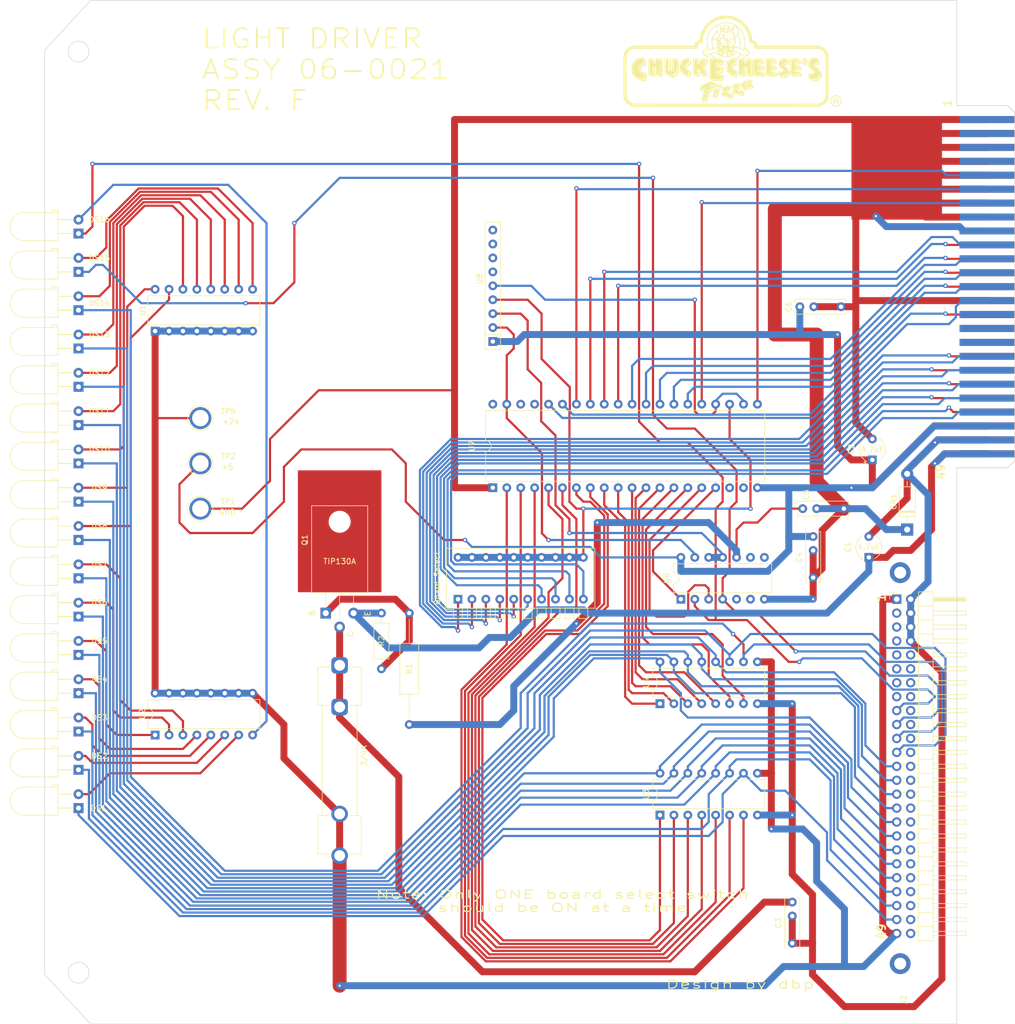
<source format=kicad_pcb>
(kicad_pcb (version 20221018) (generator pcbnew)
  (layers (0 "F.Cu" signal) (31 "B.Cu" signal) (34 "B.Paste" user) (35 "F.Paste" user) (36 "B.SilkS" user "B.Silkscreen") (37 "F.SilkS" user "F.Silkscreen") (38 "B.Mask" user) (39 "F.Mask" user) (44 "Edge.Cuts" user))
  (net 0 "")
  (net 2 "aux1_AGC")
  (net 3 "5vpu1")
  (net 4 "5vpu2")
  (net 9 "aux2_AGC")
  (net 10 "5vpu3")
  (net 11 "5vpu4")
  (net 12 "GND")
  (net 13 "Net-(Q1-B)")
  (net 14 "R2R_audio_AGC")
  (net 15 "BGOUT_AGC")
  (net 16 "R{slash}~{W}")
  (net 17 "~{MRST}")
  (net 18 "PHI2")
  (net 19 "-12V")
  (net 20 "12V")
  (net 21 "DBB0")
  (net 22 "DBB1")
  (net 23 "DBB2")
  (net 24 "DBB3")
  (net 25 "DBB4")
  (net 26 "DBB5")
  (net 27 "DBB6")
  (net 28 "DBB7")
  (net 29 "BA0")
  (net 30 "BA1")
  (net 31 "BA2")
  (net 32 "BA3")
  (net 33 "BS11")
  (net 34 "BS12")
  (net 35 "BS13")
  (net 36 "BS1")
  (net 37 "BS2")
  (net 38 "BS3")
  (net 39 "BS4")
  (net 40 "BS5")
  (net 41 "BS6")
  (net 42 "BS7")
  (net 43 "BS8")
  (net 44 "BS9")
  (net 45 "BS10")
  (net 46 "5V")
  (net 47 "24R")
  (net 48 "24V")
  (net 49 "Net-(DS1-A)")
  (net 50 "Net-(DS2-A)")
  (net 51 "Net-(DS3-A)")
  (net 52 "Net-(DS4-A)")
  (net 53 "Net-(DS5-A)")
  (net 54 "Net-(DS6-A)")
  (net 55 "Net-(DS7-A)")
  (net 56 "Net-(DS8-A)")
  (net 57 "Net-(DS9-A)")
  (net 58 "Net-(DS10-A)")
  (net 59 "Net-(DS11-A)")
  (net 60 "Net-(DS12-A)")
  (net 61 "Net-(DS13-A)")
  (net 62 "Net-(DS14-A)")
  (net 63 "PB6")
  (net 64 "PB7")
  (net 65 "CB2")
  (net 66 "PA0")
  (net 67 "PA1")
  (net 68 "PA2")
  (net 69 "PA3")
  (net 70 "PA4")
  (net 71 "PA5")
  (net 72 "PA6")
  (net 73 "PA7")
  (net 74 "PB0")
  (net 75 "PB1")
  (net 76 "PB2")
  (net 77 "PB3")
  (net 78 "PB4")
  (net 79 "PB5")
  (net 80 "Net-(Q1-C)")
  (net 81 "24Vout")
  (net 82 "A0out")
  (net 83 "A1out")
  (net 84 "A2out")
  (net 85 "A3out")
  (net 86 "A4out")
  (net 87 "A5out")
  (net 88 "A6out")
  (net 89 "A7out")
  (net 90 "B0out")
  (net 91 "B1out")
  (net 92 "B2out")
  (net 93 "B3out")
  (net 94 "B4out")
  (net 95 "B5out")
  (net 96 "Net-(DS15-A)")
  (net 101 "Net-(C5-Pad1)")
  (net 106 "Net-(DS16-A)")
  (net 107 "B7out")
  (net 108 "B6out")
  (footprint "MountingHole:MountingHole_2.2mm_M2_DIN965_Pad" (layer "F.Cu") (at 173.99 175.69)
    (fp_text reference "REF**" hide)
    (fp_text value "MountingHole_2.2mm_M2_DIN965_Pad")
  )
  (footprint "Package_DIP:DIP-14_W7.62mm" (layer "F.Cu") (at 133.985 109.22 90)
    (fp_text reference "U5")
    (fp_text value "7406" hide)
  )
  (footprint "Evan's parts:C_Rect_L9.0mm_W2.5mm_P7.50mm_MKT dual" (layer "F.Cu") (at 158.115 97.79 -90)
    (fp_text reference "C4")
    (fp_text value "100nF")
  )
  (footprint "Resistor_THT:R_Axial_DIN0207_L6.3mm_D2.5mm_P10.16mm_Horizontal" (layer "F.Cu") (at 79.375 121.92 90)
    (fp_text reference "R2")
    (fp_text value "3.3K" hide)
  )
  (footprint "TestPoint:TestPoint_Plated_Hole_D3.0mm" (layer "F.Cu") (at 46.355 76.2)
    (fp_text reference "TP5")
    (fp_text value "+24")
  )
  (footprint "TestPoint:TestPoint_Plated_Hole_D3.0mm" (layer "F.Cu") (at 46.355 84.455)
    (fp_text reference "TP2")
    (fp_text value "+5")
  )
  (footprint "Evan's parts:LED_D5.0mm_Horizontal_O3.81mm_Z15.0mm reversed" (layer "F.Cu") (at 24.13 130.81 -90)
    (fp_text reference "DS3")
    (fp_text value "LED")
  )
  (footprint "Evan's parts:LED_D5.0mm_Horizontal_O3.81mm_Z15.0mm reversed" (layer "F.Cu") (at 24.13 67.945 -90)
    (fp_text reference "DS12")
    (fp_text value "LED")
  )
  (footprint "Evan's parts:C_Rect_L9.0mm_W2.5mm_P7.50mm_MKT dual" (layer "F.Cu") (at 156.21 92.71)
    (fp_text reference "C5")
    (fp_text value "100nF")
  )
  (footprint "Evan's parts:CP_Radial_Tantal_D4mm_P3.81mm" (layer "F.Cu") (at 168.275 101.6 90)
    (fp_text reference "C1")
    (fp_text value "4.7uF")
  )
  (footprint "Evan's parts:LED_D5.0mm_Horizontal_O3.81mm_Z15.0mm reversed" (layer "F.Cu") (at 24.13 60.96 -90)
    (fp_text reference "DS13")
    (fp_text value "LED")
  )
  (footprint "Connector_PinHeader_2.54mm:PinHeader_2x25_P2.54mm_Horizontal" (layer "F.Cu") (at 173.355 109.22)
    (fp_text reference "J2")
    (fp_text value "light connector")
  )
  (footprint "Evan's parts:LED_D5.0mm_Horizontal_O3.81mm_Z15.0mm reversed" (layer "F.Cu") (at 24.13 88.9 -90)
    (fp_text reference "DS9")
    (fp_text value "LED")
  )
  (footprint "Resistor_THT:R_Axial_DIN0309_L9.0mm_D3.2mm_P20.32mm_Horizontal" (layer "F.Cu") (at 84.455 111.76 -90)
    (fp_text reference "R1")
    (fp_text value "1K" hide)
  )
  (footprint "Evan's parts:C_Rect_L9.0mm_W2.5mm_P7.50mm_MKT dual" (layer "F.Cu") (at 154.305 164.465 -90)
    (fp_text reference "C3")
    (fp_text value "100nF")
  )
  (footprint "Evan's parts:LED_D5.0mm_Horizontal_O3.81mm_Z15.0mm reversed" (layer "F.Cu") (at 24.13 116.84 -90)
    (fp_text reference "DS5")
    (fp_text value "LED")
  )
  (footprint "Package_DIP:DIP-40_W15.24mm" (layer "F.Cu") (at 99.695 88.9 90)
    (fp_text reference "U7")
    (fp_text value "6821" hide)
  )
  (footprint "Evan's parts:LED_D5.0mm_Horizontal_O3.81mm_Z15.0mm reversed" (layer "F.Cu") (at 24.13 123.825 -90)
    (fp_text reference "DS4")
    (fp_text value "LED")
  )
  (footprint "Button_Switch_THT:SW_DIP_SPSTx10_Piano_10.8x26.96mm_W7.62mm_P2.54mm" (layer "F.Cu") (at 93.345 109.22 90)
    (fp_text reference "U6" hide)
    (fp_text value "Board Select")
  )
  (footprint "Evan's parts:C_Rect_L9.0mm_W2.5mm_P7.50mm_MKT dual" (layer "F.Cu") (at 155.695 55.88)
    (fp_text reference "C6")
    (fp_text value "100nF")
  )
  (footprint "Evan's parts:LED_D5.0mm_Horizontal_O3.81mm_Z15.0mm reversed" (layer "F.Cu") (at 24.13 46.99 -90)
    (fp_text reference "DS15")
    (fp_text value "LED")
  )
  (footprint "Package_DIP:DIP-16_W7.62mm" (layer "F.Cu") (at 130.175 128.27 90)
    (fp_text reference "U4")
    (fp_text value "ULN2003A" hide)
  )
  (footprint "Evan's parts:LED_D5.0mm_Horizontal_O3.81mm_Z15.0mm reversed" (layer "F.Cu") (at 24.13 81.915 -90)
    (fp_text reference "DS10")
    (fp_text value "LED")
  )
  (footprint "Evan's parts:CP_Radial_Tantal_D4mm_P3.81mm" (layer "F.Cu") (at 168.91 83.82 90)
    (fp_text reference "C2")
    (fp_text value "4.7uF")
  )
  (footprint "Evan's parts:LED_D5.0mm_Horizontal_O3.81mm_Z15.0mm reversed" (layer "F.Cu") (at 24.13 53.975 -90)
    (fp_text reference "DS14")
    (fp_text value "LED")
  )
  (footprint "MountingHole:MountingHole_2.2mm_M2_DIN965_Pad" (layer "F.Cu") (at 173.99 104.38)
    (fp_text reference "REF**" hide)
    (fp_text value "MountingHole_2.2mm_M2_DIN965_Pad")
  )
  (footprint "Evan's parts:LED_D5.0mm_Horizontal_O3.81mm_Z15.0mm reversed" (layer "F.Cu") (at 24.13 74.93 -90)
    (fp_text reference "DS11")
    (fp_text value "LED")
  )
  (footprint "Package_DIP:DIP-16_W7.62mm" (layer "F.Cu") (at 38.1 60.325 90)
    (fp_text reference "U1")
    (fp_text value "2.2K")
  )
  (footprint "Evan's parts:LED_D5.0mm_Horizontal_O3.81mm_Z15.0mm reversed" (layer "F.Cu") (at 24.13 102.87 -90)
    (fp_text reference "DS7")
    (fp_text value "LED")
  )
  (footprint "TestPoint:TestPoint_Plated_Hole_D3.0mm" (layer "F.Cu") (at 46.355 92.71)
    (fp_text reference "TP1")
    (fp_text value "GND")
  )
  (footprint "Evan's parts:LED_D5.0mm_Horizontal_O3.81mm_Z15.0mm reversed" (layer "F.Cu") (at 24.13 40.005 -90)
    (fp_text reference "DS16")
    (fp_text value "LED")
  )
  (footprint "Evan's parts:Chuck_E_Cheese_small_card_edge" (layer "F.Cu") (at 189.81 21.75 90)
    (fp_text reference "J1" hide)
    (fp_text value "card edge")
    (fp_line (start -63.5 3.81) (end -63.5 -5.49) (stroke (width 0.12)) (layer "Edge.Cuts"))
    (fp_line (start -62.23 5.08) (end -63.5 3.81) (stroke (width 0.12)) (layer "Edge.Cuts"))
    (fp_line (start -62.23 5.08) (end 1.27 5.08) (stroke (width 0.12)) (layer "Edge.Cuts"))
    (fp_line (start 2.54 3.81) (end 1.27 5.08) (stroke (width 0.12)) (layer "Edge.Cuts"))
    (fp_line (start 2.54 3.81) (end 2.54 -5.49) (stroke (width 0.12)) (layer "Edge.Cuts"))
  )
  (footprint "Evan's parts:LED_D5.0mm_Horizontal_O3.81mm_Z15.0mm reversed" (layer "F.Cu") (at 24.13 144.78 -90)
    (fp_text reference "DS1")
    (fp_text value "LED")
  )
  (footprint "Resistor_THT:R_Array_SIP9" (layer "F.Cu") (at 99.695 62.23 90)
    (fp_text reference "U8")
    (fp_text value "4.7K" hide)
  )
  (footprint "Diode_THT:D_DO-41_SOD81_P10.16mm_Horizontal" (layer "F.Cu") (at 175.26 96.52 90)
    (fp_text reference "CR1")
    (fp_text value "1N4001")
  )
  (footprint "Evan's parts:LED_D5.0mm_Horizontal_O3.81mm_Z15.0mm reversed" (layer "F.Cu") (at 24.13 137.795 -90)
    (fp_text reference "DS2")
    (fp_text value "LED")
  )
  (footprint "Evan's parts:LED_D5.0mm_Horizontal_O3.81mm_Z15.0mm reversed" (layer "F.Cu") (at 24.13 109.855 -90)
    (fp_text reference "DS6")
    (fp_text value "LED")
  )
  (footprint "Fuse:Fuseholder_Clip-6.3x32mm_Littelfuse_102071_Inline_P34.70x7.60mm_D2.00mm_Horizontal" (layer "F.Cu") (at 71.755 121.285 -90)
    (fp_text reference "F1" hide)
    (fp_text value "3/4A")
  )
  (footprint "Package_TO_SOT_THT:TO-220-3_Horizontal_TabDown" (layer "F.Cu") (at 69.215 111.76)
    (fp_text reference "Q1")
    (fp_text value "TIP130A")
  )
  (footprint "Evan's parts:LED_D5.0mm_Horizontal_O3.81mm_Z15.0mm reversed" (layer "F.Cu") (at 24.13 95.885 -90)
    (fp_text reference "DS8")
    (fp_text value "LED")
  )
  (footprint "Package_DIP:DIP-16_W7.62mm" (layer "F.Cu") (at 38.1 133.985 90)
    (fp_text reference "U2")
    (fp_text value "2.2K")
  )
  (footprint "Evan's parts:pizza logo" (layer "F.Cu") (at 143.51 13.335)
    (fp_text reference "G***" hide)
    (fp_text value "LOGO" hide)
  )
  (footprint "Package_DIP:DIP-16_W7.62mm" (layer "F.Cu") (at 130.175 148.59 90)
    (fp_text reference "U3")
    (fp_text value "ULN2003A" hide)
  )
  (gr_line (start 26.34 0) (end 184.32 0) (stroke (width 0.1)) (layer "Edge.Cuts"))
  (gr_line (start 184.32 19.21) (end 184.32 0) (stroke (width 0.1)) (layer "Edge.Cuts"))
  (gr_line (start 184.32 85.25) (end 184.32 186.69) (stroke (width 0.1)) (layer "Edge.Cuts"))
  (gr_line (start 17.95 177.66) (end 26.34 186.69) (stroke (width 0.1)) (layer "Edge.Cuts"))
  (gr_line (start 17.95 177.66) (end 17.95 9.14) (stroke (width 0.1)) (layer "Edge.Cuts"))
  (gr_circle (center 24.14 9.36) (end 26.04 9.36) (stroke (width 0.1)) (fill none) (layer "Edge.Cuts"))
  (gr_circle (center 24.14 177.33) (end 26.04 177.33) (stroke (width 0.1)) (fill none) (layer "Edge.Cuts"))
  (gr_line (start 184.32 186.69) (end 26.34 186.69) (stroke (width 0.1)) (layer "Edge.Cuts"))
  (gr_line (start 17.95 9.14) (end 26.34 0) (stroke (width 0.1)) (layer "Edge.Cuts"))
  (gr_text "Design by dbp" (at 144.78 180.34) (layer "F.SilkS") (effects (font (size 1.5 2.5) (thickness 0.2)) (justify bottom)))
  (gr_text "1" (at 171.45 109.855 90) (layer "F.SilkS") (effects (font (size 1.5 1.5) (thickness 0.3) bold) (justify left bottom)))
  (gr_text "E" (at 77.47 112.395 90) (layer "F.SilkS") (effects (font (size 1 1)) (justify left bottom)))
  (gr_text "LIGHT DRIVER\nASSY 06-0021\nREV. F" (at 46.355 20.32) (layer "F.SilkS") (effects (font (size 3.5 4) (thickness 0.3)) (justify left bottom)))
  (gr_text "B" (at 67.31 112.395 90) (layer "F.SilkS") (effects (font (size 1 1)) (justify left bottom)))
  (gr_text "C" (at 74.295 116.205 90) (layer "F.SilkS") (effects (font (size 1 1)) (justify left bottom)))
  (gr_text "49" (at 171.45 171.45 90) (layer "F.SilkS") (effects (font (size 1.5 1.5) (thickness 0.3) bold) (justify left bottom)))
  (gr_text "Note: Only ONE board select switch\nshould be ON at a time" (at 112.395 166.37) (layer "F.SilkS") (effects (font (size 1.5 2.5) (thickness 0.2)) (justify bottom)))
  (gr_text "1" (at 183.515 19.685 90) (layer "F.SilkS") (effects (font (size 1.5 1.5) (thickness 0.3) bold) (justify left bottom)))
  (gr_text "49" (at 182.245 87.63 90) (layer "F.SilkS") (effects (font (size 1.5 1.5) (thickness 0.3) bold) (justify left bottom)))
  (segment (start 99.695 59.69) (end 102.235 59.69) (width 0.4) (layer "F.Cu") (net 3))
  (segment (start 102.235 73.66) (end 102.235 76.2) (width 0.4) (layer "F.Cu") (net 3))
  (segment (start 108.655 97.225) (end 109.855 98.425) (width 0.4) (layer "F.Cu") (net 3))
  (segment (start 103.505 63.5) (end 102.235 64.77) (width 0.4) (layer "F.Cu") (net 3))
  (segment (start 102.235 64.77) (end 102.235 73.66) (width 0.4) (layer "F.Cu") (net 3))
  (segment (start 102.235 59.69) (end 103.505 60.96) (width 0.4) (layer "F.Cu") (net 3))
  (segment (start 108.655 82.62) (end 108.655 97.225) (width 0.4) (layer "F.Cu") (net 3))
  (segment (start 103.505 60.96) (end 103.505 63.5) (width 0.4) (layer "F.Cu") (net 3))
  (segment (start 102.235 76.2) (end 108.655 82.62) (width 0.4) (layer "F.Cu") (net 3))
  (via (at 109.855 98.425) (size 0.8) (drill 0.4) (layers "F.Cu" "B.Cu") (net 3))
  (segment (start 136.525 100.965) (end 136.525 101.6) (width 0.4) (layer "B.Cu") (net 3))
  (segment (start 109.855 98.425) (end 133.985 98.425) (width 0.4) (layer "B.Cu") (net 3))
  (segment (start 133.985 98.425) (end 136.525 100.965) (width 0.4) (layer "B.Cu") (net 3))
  (segment (start 108.515 76.765) (end 111.125 79.375) (width 0.4) (layer "F.Cu") (net 4))
  (segment (start 108.515 69.78) (end 108.515 76.765) (width 0.4) (layer "F.Cu") (net 4))
  (segment (start 111.125 92.075) (end 113.665 94.615) (width 0.4) (layer "F.Cu") (net 4))
  (segment (start 113.665 94.615) (end 113.665 97.155) (width 0.4) (layer "F.Cu") (net 4))
  (segment (start 106.045 58.42) (end 106.045 67.31) (width 0.4) (layer "F.Cu") (net 4))
  (segment (start 99.695 57.15) (end 104.775 57.15) (width 0.4) (layer "F.Cu") (net 4))
  (segment (start 111.125 79.375) (end 111.125 92.075) (width 0.4) (layer "F.Cu") (net 4))
  (segment (start 104.775 57.15) (end 106.045 58.42) (width 0.4) (layer "F.Cu") (net 4))
  (segment (start 106.045 67.31) (end 108.515 69.78) (width 0.4) (layer "F.Cu") (net 4))
  (via (at 113.665 97.155) (size 0.8) (drill 0.4) (layers "F.Cu" "B.Cu") (net 4))
  (segment (start 137.795 97.155) (end 141.605 100.965) (width 0.4) (layer "B.Cu") (net 4))
  (segment (start 141.605 100.965) (end 141.605 101.6) (width 0.4) (layer "B.Cu") (net 4))
  (segment (start 113.665 97.155) (end 137.795 97.155) (width 0.4) (layer "B.Cu") (net 4))
  (segment (start 139.065 101.6) (end 141.605 101.6) (width 1.27) (layer "B.Cu") (net 4))
  (segment (start 113.735 74.86) (end 113.735 70.555) (width 0.4) (layer "F.Cu") (net 10))
  (segment (start 146.685 92.71) (end 146.685 83.82) (width 0.4) (layer "F.Cu") (net 10))
  (segment (start 114.935 92.71) (end 113.665 91.44) (width 0.4) (layer "F.Cu") (net 10))
  (segment (start 108.585 57.15) (end 106.045 54.61) (width 0.4) (layer "F.Cu") (net 10))
  (segment (start 116.205 92.71) (end 114.935 92.71) (width 0.4) (layer "F.Cu") (net 10))
  (segment (start 142.875 80.01) (end 142.875 73.66) (width 0.4) (layer "F.Cu") (net 10))
  (segment (start 113.665 74.93) (end 113.735 74.86) (width 0.4) (layer "F.Cu") (net 10))
  (segment (start 106.045 54.61) (end 99.695 54.61) (width 0.4) (layer "F.Cu") (net 10))
  (segment (start 113.735 70.555) (end 108.585 65.405) (width 0.4) (layer "F.Cu") (net 10))
  (segment (start 113.665 91.44) (end 113.665 74.93) (width 0.4) (layer "F.Cu") (net 10))
  (segment (start 146.685 83.82) (end 142.875 80.01) (width 0.4) (layer "F.Cu") (net 10))
  (segment (start 116.205 101.6) (end 116.205 92.71) (width 0.4) (layer "F.Cu") (net 10))
  (segment (start 108.585 65.405) (end 108.585 57.15) (width 0.4) (layer "F.Cu") (net 10))
  (via (at 146.685 92.71) (size 0.8) (drill 0.4) (layers "F.Cu" "B.Cu") (net 10))
  (via (at 116.205 92.71) (size 0.8) (drill 0.4) (layers "F.Cu" "B.Cu") (net 10))
  (segment (start 116.205 92.71) (end 146.685 92.71) (width 0.4) (layer "B.Cu") (net 10))
  (segment (start 93.345 101.6) (end 116.205 101.6) (width 1.27) (layer "B.Cu") (net 10))
  (segment (start 136.525 54.61) (end 136.525 74.93) (width 0.4) (layer "F.Cu") (net 11))
  (segment (start 136.525 74.93) (end 137.16 75.565) (width 0.4) (layer "F.Cu") (net 11))
  (segment (start 140.335 74.93) (end 140.335 73.66) (width 0.4) (layer "F.Cu") (net 11))
  (segment (start 139.7 75.565) (end 140.335 74.93) (width 0.4) (layer "F.Cu") (net 11))
  (segment (start 137.16 75.565) (end 139.7 75.565) (width 0.4) (layer "F.Cu") (net 11))
  (via (at 136.525 54.61) (size 0.8) (drill 0.4) (layers "F.Cu" "B.Cu") (net 11))
  (segment (start 106.68 52.07) (end 109.22 54.61) (width 0.4) (layer "B.Cu") (net 11))
  (segment (start 140.335 73.025) (end 141.605 71.755) (width 0.4) (layer "B.Cu") (net 11))
  (segment (start 141.605 71.755) (end 144.145 71.755) (width 0.4) (layer "B.Cu") (net 11))
  (segment (start 140.335 73.66) (end 140.335 73.025) (width 0.4) (layer "B.Cu") (net 11))
  (segment (start 145.415 73.025) (end 145.415 73.66) (width 0.4) (layer "B.Cu") (net 11))
  (segment (start 109.22 54.61) (end 136.525 54.61) (width 0.4) (layer "B.Cu") (net 11))
  (segment (start 144.145 71.755) (end 145.415 73.025) (width 0.4) (layer "B.Cu") (net 11))
  (segment (start 99.695 52.07) (end 106.68 52.07) (width 0.4) (layer "B.Cu") (net 11))
  (segment (start 151.13 38.1) (end 167.64 38.1) (width 2.54) (layer "F.Cu") (net 12))
  (segment (start 189.81 36.99) (end 178.595 36.99) (width 1.27) (layer "F.Cu") (net 12))
  (segment (start 165.895 54.77) (end 165.895 51.435) (width 1.27) (layer "F.Cu") (net 12))
  (segment (start 189.81 24.29) (end 178.275 24.29) (width 1.27) (layer "F.Cu") (net 12))
  (segment (start 165.895 76.995) (end 165.895 55.88) (width 1.27) (layer "F.Cu") (net 12))
  (segment (start 163.71 92.71) (end 158.75 87.75) (width 2.54) (layer "F.Cu") (net 12))
  (segment (start 158.75 87.75) (end 158.75 60.96) (width 2.54) (layer "F.Cu") (net 12))
  (segment (start 99.695 88.9) (end 92.71 88.9) (width 1.27) (layer "F.Cu") (net 12))
  (segment (start 165.895 55.88) (end 165.895 51.435) (width 1.27) (layer "F.Cu") (net 12))
  (segment (start 165.895 51.435) (end 165.895 37.625) (width 1.27) (layer "F.Cu") (net 12))
  (segment (start 163.195 55.88) (end 165.895 55.88) (width 1.27) (layer "F.Cu") (net 12))
  (segment (start 189.81 29.37) (end 178.595 29.37) (width 1.27) (layer "F.Cu") (net 12))
  (segment (start 189.81 31.91) (end 177.96 31.91) (width 1.27) (layer "F.Cu") (net 12))
  (segment (start 67.945 71.12) (end 92.71 71.12) (width 0.4) (layer "F.Cu") (net 12))
  (segment (start 189.81 39.53) (end 178.595 39.53) (width 1.27) (layer "F.Cu") (net 12))
  (segment (start 189.81 26.83) (end 178.91 26.83) (width 1.27) (layer "F.Cu") (net 12))
  (segment (start 158.115 105.29) (end 158.115 109.22) (width 1.27) (layer "F.Cu") (net 12))
  (segment (start 189.81 34.45) (end 177.96 34.45) (width 1.27) (layer "F.Cu") (net 12))
  (segment (start 189.81 54.77) (end 165.895 54.77) (width 1.27) (layer "F.Cu") (net 12))
  (segment (start 158.115 100.33) (end 158.115 105.29) (width 1.27) (layer "F.Cu") (net 12))
  (segment (start 53.975 92.71) (end 59.055 87.63) (width 0.4) (layer "F.Cu") (net 12))
  (segment (start 167.64 38.1) (end 169.545 36.195) (width 2.54) (layer "F.Cu") (net 12))
  (segment (start 178.275 24.29) (end 177.8 24.765) (width 1.27) (layer "F.Cu") (net 12))
  (segment (start 92.71 88.9) (end 92.71 71.12) (width 1.27) (layer "F.Cu") (net 12))
  (segment (start 46.355 92.71) (end 53.975 92.71) (width 0.4) (layer "F.Cu") (net 12))
  (segment (start 59.055 87.63) (end 59.055 80.01) (width 0.4) (layer "F.Cu") (net 12))
  (segment (start 163.71 92.71) (end 159.75 96.67) (width 1.27) (layer "F.Cu") (net 12))
  (segment (start 168.91 80.01) (end 165.895 76.995) (width 1.27) (layer "F.Cu") (net 12))
  (segment (start 59.055 80.01) (end 67.945 71.12) (width 0.4) (layer "F.Cu") (net 12))
  (segment (start 92.71 21.75) (end 189.81 21.75) (width 1.27) (layer "F.Cu") (net 12))
  (segment (start 163.195 55.88) (end 158.235 55.88) (width 1.27) (layer "F.Cu") (net 12))
  (segment (start 159.75 96.67) (end 159.75 103.655) (width 1.27) (layer "F.Cu") (net 12))
  (segment (start 92.71 71.12) (end 92.71 21.75) (width 1.27) (layer "F.Cu") (net 12))
  (segment (start 151.13 60.96) (end 151.13 38.1) (width 2.54) (layer "F.Cu") (net 12))
  (segment (start 159.75 103.655) (end 158.115 105.29) (width 1.27) (layer "F.Cu") (net 12))
  (segment (start 158.75 60.96) (end 151.13 60.96) (width 2.54) (layer "F.Cu") (net 12))
  (via (at 158.115 109.22) (size 0.8) (drill 0.4) (layers "F.Cu" "B.Cu") (net 12))
  (via (at 169.545 39.37) (size 0.8) (drill 0.4) (layers "F.Cu" "B.Cu") (net 12))
  (segment (start 171.45 41.275) (end 169.545 39.37) (width 1.27) (layer "B.Cu") (net 12))
  (segment (start 184.785 41.275) (end 171.45 41.275) (width 1.27) (layer "B.Cu") (net 12))
  (segment (start 185.58 42.07) (end 184.785 41.275) (width 1.27) (layer "B.Cu") (net 12))
  (segment (start 167.64 92.71) (end 163.71 92.71) (width 1.27) (layer "B.Cu") (net 12))
  (segment (start 163.71 92.71) (end 158.75 92.71) (width 1.27) (layer "B.Cu") (net 12))
  (segment (start 189.81 42.07) (end 185.58 42.07) (width 1.27) (layer "B.Cu") (net 12))
  (segment (start 171.45 96.52) (end 167.64 92.71) (width 1.27) (layer "B.Cu") (net 12))
  (segment (start 149.225 109.22) (end 158.115 109.22) (width 1.27) (layer "B.Cu") (net 12))
  (segment (start 175.26 96.52) (end 171.45 96.52) (width 1.27) (layer "B.Cu") (net 12))
  (segment (start 71.755 109.22) (end 81.915 109.22) (width 1.27) (layer "F.Cu") (net 13))
  (segment (start 81.915 109.22) (end 84.455 111.76) (width 1.27) (layer "F.Cu") (net 13))
  (segment (start 84.455 111.76) (end 84.455 116.84) (width 1.27) (layer "F.Cu") (net 13))
  (segment (start 69.215 111.76) (end 71.755 109.22) (width 1.27) (layer "F.Cu") (net 13))
  (segment (start 84.455 116.84) (end 79.375 121.92) (width 1.27) (layer "F.Cu") (net 13))
  (segment (start 147.955 73.66) (end 147.955 31.115) (width 0.4) (layer "F.Cu") (net 16))
  (via (at 147.955 31.115) (size 0.8) (drill 0.4) (layers "F.Cu" "B.Cu") (net 16))
  (segment (start 182.405 31.91) (end 181.61 31.115) (width 0.4) (layer "B.Cu") (net 16))
  (segment (start 181.61 31.115) (end 147.955 31.115) (width 0.4) (layer "B.Cu") (net 16))
  (segment (start 189.81 31.91) (end 182.405 31.91) (width 0.4) (layer "B.Cu") (net 16))
  (segment (start 114.935 73.66) (end 114.935 34.29) (width 0.4) (layer "F.Cu") (net 17))
  (via (at 114.935 34.29) (size 0.8) (drill 0.4) (layers "F.Cu" "B.Cu") (net 17))
  (segment (start 189.81 34.45) (end 115.095 34.45) (width 0.4) (layer "B.Cu") (net 17))
  (segment (start 115.095 34.45) (end 114.935 34.29) (width 0.4) (layer "B.Cu") (net 17))
  (segment (start 137.795 73.66) (end 137.795 36.83) (width 0.4) (layer "F.Cu") (net 18))
  (via (at 137.795 36.83) (size 0.8) (drill 0.4) (layers "F.Cu" "B.Cu") (net 18))
  (segment (start 189.81 36.99) (end 137.955 36.99) (width 0.4) (layer "B.Cu") (net 18))
  (segment (start 137.955 36.99) (end 137.795 36.83) (width 0.4) (layer "B.Cu") (net 18))
  (segment (start 117.475 73.66) (end 117.475 50.8) (width 0.4) (layer "F.Cu") (net 21))
  (segment (start 189.81 44.61) (end 182.405 44.61) (width 0.4) (layer "F.Cu") (net 21))
  (segment (start 182.405 44.61) (end 182.245 44.45) (width 0.4) (layer "F.Cu") (net 21))
  (via (at 117.475 50.8) (size 0.8) (drill 0.4) (layers "F.Cu" "B.Cu") (net 21))
  (via (at 182.245 44.45) (size 0.8) (drill 0.4) (layers "F.Cu" "B.Cu") (net 21))
  (segment (start 173.355 50.8) (end 117.475 50.8) (width 0.4) (layer "B.Cu") (net 21))
  (segment (start 182.245 44.45) (end 179.705 44.45) (width 0.4) (layer "B.Cu") (net 21))
  (segment (start 179.705 44.45) (end 173.355 50.8) (width 0.4) (layer "B.Cu") (net 21))
  (segment (start 120.015 73.66) (end 120.015 49.53) (width 0.4) (layer "F.Cu") (net 22))
  (via (at 120.015 49.53) (size 0.8) (drill 0.4) (layers "F.Cu" "B.Cu") (net 22))
  (segment (start 173.355 49.53) (end 120.015 49.53) (width 0.4) (layer "B.Cu") (net 22))
  (segment (start 183.515 43.18) (end 179.705 43.18) (width 0.4) (layer "B.Cu") (net 22))
  (segment (start 189.81 44.61) (end 184.945 44.61) (width 0.4) (layer "B.Cu") (net 22))
  (segment (start 184.945 44.61) (end 183.515 43.18) (width 0.4) (layer "B.Cu") (net 22))
  (segment (start 179.705 43.18) (end 173.355 49.53) (width 0.4) (layer "B.Cu") (net 22))
  (segment (start 189.81 47.15) (end 182.405 47.15) (width 0.4) (layer "F.Cu") (net 23))
  (segment (start 182.405 47.15) (end 182.245 46.99) (width 0.4) (layer "F.Cu") (net 23))
  (segment (start 122.555 73.66) (end 122.555 52.07) (width 0.4) (layer "F.Cu") (net 23))
  (via (at 182.245 46.99) (size 0.8) (drill 0.4) (layers "F.Cu" "B.Cu") (net 23))
  (via (at 122.555 52.07) (size 0.8) (drill 0.4) (layers "F.Cu" "B.Cu") (net 23))
  (segment (start 178.435 46.99) (end 173.355 52.07) (width 0.4) (layer "B.Cu") (net 23))
  (segment (start 173.355 52.07) (end 122.555 52.07) (width 0.4) (layer "B.Cu") (net 23))
  (segment (start 182.245 46.99) (end 178.435 46.99) (width 0.4) (layer "B.Cu") (net 23))
  (segment (start 178.435 48.26) (end 161.29 65.405) (width 0.4) (layer "B.Cu") (net 24))
  (segment (start 126.365 65.405) (end 125.095 66.675) (width 0.4) (layer "B.Cu") (net 24))
  (segment (start 184.15 48.26) (end 178.435 48.26) (width 0.4) (layer "B.Cu") (net 24))
  (segment (start 161.29 65.405) (end 126.365 65.405) (width 0.4) (layer "B.Cu") (net 24))
  (segment (start 185.26 47.15) (end 184.15 48.26) (width 0.4) (layer "B.Cu") (net 24))
  (segment (start 189.81 47.15) (end 185.26 47.15) (width 0.4) (layer "B.Cu") (net 24))
  (segment (start 125.095 66.675) (end 125.095 73.66) (width 0.4) (layer "B.Cu") (net 24))
  (segment (start 182.405 49.69) (end 182.245 49.53) (width 0.4) (layer "F.Cu") (net 25))
  (segment (start 189.81 49.69) (end 182.405 49.69) (width 0.4) (layer "F.Cu") (net 25))
  (via (at 182.245 49.53) (size 0.8) (drill 0.4) (layers "F.Cu" "B.Cu") (net 25))
  (segment (start 127.635 67.945) (end 127.635 73.66) (width 0.4) (layer "B.Cu") (net 25))
  (segment (start 182.245 49.53) (end 178.435 49.53) (width 0.4) (layer "B.Cu") (net 25))
  (segment (start 161.29 66.675) (end 128.905 66.675) (width 0.4) (layer "B.Cu") (net 25))
  (segment (start 178.435 49.53) (end 161.29 66.675) (width 0.4) (layer "B.Cu") (net 25))
  (segment (start 128.905 66.675) (end 127.635 67.945) (width 0.4) (layer "B.Cu") (net 25))
  (segment (start 131.445 67.945) (end 130.175 69.215) (width 0.4) (layer "B.Cu") (net 26))
  (segment (start 185.26 49.69) (end 184.15 50.8) (width 0.4) (layer "B.Cu") (net 26))
  (segment (start 161.29 67.945) (end 131.445 67.945) (width 0.4) (layer "B.Cu") (net 26))
  (segment (start 178.435 50.8) (end 161.29 67.945) (width 0.4) (layer "B.Cu") (net 26))
  (segment (start 130.175 69.215) (end 130.175 73.66) (width 0.4) (layer "B.Cu") (net 26))
  (segment (start 189.81 49.69) (end 185.26 49.69) (width 0.4) (layer "B.Cu") (net 26))
  (segment (start 184.15 50.8) (end 178.435 50.8) (width 0.4) (layer "B.Cu") (net 26))
  (segment (start 189.81 52.23) (end 182.405 52.23) (width 0.4) (layer "F.Cu") (net 27))
  (segment (start 182.405 52.23) (end 182.245 52.07) (width 0.4) (layer "F.Cu") (net 27))
  (via (at 182.245 52.07) (size 0.8) (drill 0.4) (layers "F.Cu" "B.Cu") (net 27))
  (segment (start 178.435 52.07) (end 161.29 69.215) (width 0.4) (layer "B.Cu") (net 27))
  (segment (start 132.715 70.485) (end 132.715 73.66) (width 0.4) (layer "B.Cu") (net 27))
  (segment (start 182.245 52.07) (end 178.435 52.07) (width 0.4) (layer "B.Cu") (net 27))
  (segment (start 161.29 69.215) (end 133.985 69.215) (width 0.4) (layer "B.Cu") (net 27))
  (segment (start 133.985 69.215) (end 132.715 70.485) (width 0.4) (layer "B.Cu") (net 27))
  (segment (start 161.29 70.485) (end 136.525 70.485) (width 0.4) (layer "B.Cu") (net 28))
  (segment (start 136.525 70.485) (end 135.255 71.755) (width 0.4) (layer "B.Cu") (net 28))
  (segment (start 189.81 52.23) (end 185.26 52.23) (width 0.4) (layer "B.Cu") (net 28))
  (segment (start 135.255 71.755) (end 135.255 73.66) (width 0.4) (layer "B.Cu") (net 28))
  (segment (start 185.26 52.23) (end 184.15 53.34) (width 0.4) (layer "B.Cu") (net 28))
  (segment (start 178.435 53.34) (end 161.29 70.485) (width 0.4) (layer "B.Cu") (net 28))
  (segment (start 184.15 53.34) (end 178.435 53.34) (width 0.4) (layer "B.Cu") (net 28))
  (segment (start 174.203528 60.111472) (end 173.355 60.96) (width 0.4) (layer "B.Cu") (net 29))
  (segment (start 182.88 59.055) (end 175.26 59.055) (width 0.4) (layer "B.Cu") (net 29))
  (segment (start 112.36 76.165) (end 109.855 73.66) (width 0.4) (layer "B.Cu") (net 29))
  (segment (start 175.26 59.055) (end 173.355 60.96) (width 0.4) (layer "B.Cu") (net 29))
  (segment (start 158.15 76.165) (end 112.36 76.165) (width 0.4) (layer "B.Cu") (net 29))
  (segment (start 184.15 57.785) (end 182.88 59.055) (width 0.4) (layer "B.Cu") (net 29))
  (segment (start 173.355 60.96) (end 158.15 76.165) (width 0.4) (layer "B.Cu") (net 29))
  (segment (start 189.81 54.77) (end 185.26 54.77) (width 0.4) (layer "B.Cu") (net 29))
  (segment (start 184.15 55.88) (end 184.15 57.785) (width 0.4) (layer "B.Cu") (net 29))
  (segment (start 185.26 54.77) (end 184.15 55.88) (width 0.4) (layer "B.Cu") (net 29))
  (segment (start 182.245 57.15) (end 182.405 57.31) (width 0.4) (layer "F.Cu") (net 30))
  (segment (start 182.405 57.31) (end 189.81 57.31) (width 0.4) (layer "F.Cu") (net 30))
  (via (at 182.245 57.15) (size 0.8) (drill 0.4) (layers "F.Cu" "B.Cu") (net 30))
  (segment (start 157.48 75.565) (end 175.895 57.15) (width 0.4) (layer "B.Cu") (net 30))
  (segment (start 175.895 57.15) (end 182.245 57.15) (width 0.4) (layer "B.Cu") (net 30))
  (segment (start 112.395 73.66) (end 114.3 75.565) (width 0.4) (layer "B.Cu") (net 30))
  (segment (start 114.3 75.565) (end 157.48 75.565) (width 0.4) (layer "B.Cu") (net 30))
  (segment (start 93.345 109.22) (end 93.345 114.935) (width 0.4) (layer "F.Cu") (net 36))
  (segment (start 183.04 64.93) (end 189.81 64.93) (width 0.4) (layer "F.Cu") (net 36))
  (segment (start 182.88 64.77) (end 183.04 64.93) (width 0.4) (layer "F.Cu") (net 36))
  (via (at 93.345 114.935) (size 0.8) (drill 0.4) (layers "F.Cu" "B.Cu") (net 36))
  (via (at 182.88 64.77) (size 0.8) (drill 0.4) (layers "F.Cu" "B.Cu") (net 36))
  (segment (start 86.395 110.32264) (end 86.395 85.673248) (width 0.4) (layer "B.Cu") (net 36))
  (segment (start 86.395 85.673248) (end 92.058248 80.01) (width 0.4) (layer "B.Cu") (net 36))
  (segment (start 92.71 114.3) (end 90.37236 114.3) (width 0.4) (layer "B.Cu") (net 36))
  (segment (start 92.058248 80.01) (end 155.575 80.01) (width 0.4) (layer "B.Cu") (net 36))
  (segment (start 93.345 114.935) (end 92.71 114.3) (width 0.4) (layer "B.Cu") (net 36))
  (segment (start 90.37236 114.3) (end 86.395 110.32264) (width 0.4) (layer "B.Cu") (net 36))
  (segment (start 155.575 80.01) (end 170.815 64.77) (width 0.4) (layer "B.Cu") (net 36))
  (segment (start 170.815 64.77) (end 182.88 64.77) (width 0.4) (layer "B.Cu") (net 36))
  (segment (start 95.885 109.22) (end 95.885 114.3) (width 0.4) (layer "F.Cu") (net 37))
  (via (at 95.885 114.3) (size 0.8) (drill 0.4) (layers "F.Cu" "B.Cu") (net 37))
  (segment (start 86.995 110.074112) (end 86.995 85.921776) (width 0.4) (layer "B.Cu") (net 37))
  (segment (start 156.21 80.645) (end 170.815 66.04) (width 0.4) (layer "B.Cu") (net 37))
  (segment (start 95.885 114.3) (end 95.25 113.665) (width 0.4) (layer "B.Cu") (net 37))
  (segment (start 95.25 113.665) (end 90.585888 113.665) (width 0.4) (layer "B.Cu") (net 37))
  (segment (start 92.271776 80.645) (end 156.21 80.645) (width 0.4) (layer "B.Cu") (net 37))
  (segment (start 86.995 85.921776) (end 92.271776 80.645) (width 0.4) (layer "B.Cu") (net 37))
  (segment (start 90.585888 113.665) (end 86.995 110.074112) (width 0.4) (layer "B.Cu") (net 37))
  (segment (start 183.515 66.04) (end 184.625 64.93) (width 0.4) (layer "B.Cu") (net 37))
  (segment (start 170.815 66.04) (end 183.515 66.04) (width 0.4) (layer "B.Cu") (net 37))
  (segment (start 184.625 64.93) (end 189.81 64.93) (width 0.4) (layer "B.Cu") (net 37))
  (segment (start 179.865 67.47) (end 189.81 67.47) (width 0.4) (layer "F.Cu") (net 38))
  (segment (start 179.705 67.31) (end 179.865 67.47) (width 0.4) (layer "F.Cu") (net 38))
  (segment (start 98.425 109.22) (end 98.425 113.665) (width 0.4) (layer "F.Cu") (net 38))
  (via (at 98.425 113.665) (size 0.8) (drill 0.4) (layers "F.Cu" "B.Cu") (net 38))
  (via (at 179.705 67.31) (size 0.8) (drill 0.4) (layers "F.Cu" "B.Cu") (net 38))
  (segment (start 97.79 113.03) (end 90.799416 113.03) (width 0.4) (layer "B.Cu") (net 38))
  (segment (start 90.799416 113.03) (end 87.63 109.860584) (width 0.4) (layer "B.Cu") (net 38))
  (segment (start 170.815 67.31) (end 179.705 67.31) (width 0.4) (layer "B.Cu") (net 38))
  (segment (start 92.485304 81.28) (end 156.845 81.28) (width 0.4) (layer "B.Cu") (net 38))
  (segment (start 87.63 109.860584) (end 87.63 86.135304) (width 0.4) (layer "B.Cu") (net 38))
  (segment (start 87.63 86.135304) (end 92.485304 81.28) (width 0.4) (layer "B.Cu") (net 38))
  (segment (start 156.845 81.28) (end 170.815 67.31) (width 0.4) (layer "B.Cu") (net 38))
  (segment (start 98.425 113.665) (end 97.79 113.03) (width 0.4) (layer "B.Cu") (net 38))
  (segment (start 100.965 109.22) (end 100.965 113.03) (width 0.4) (layer "F.Cu") (net 39))
  (via (at 100.965 113.03) (size 0.8) (drill 0.4) (layers "F.Cu" "B.Cu") (net 39))
  (segment (start 88.265 109.647056) (end 88.265 86.348832) (width 0.4) (layer "B.Cu") (net 39))
  (segment (start 100.965 113.03) (end 100.33 112.395) (width 0.4) (layer "B.Cu") (net 39))
  (segment (start 100.33 112.395) (end 91.012944 112.395) (width 0.4) (layer "B.Cu") (net 39))
  (segment (start 88.265 86.348832) (end 92.698832 81.915) (width 0.4) (layer "B.Cu") (net 39))
  (segment (start 182.72 67.47) (end 189.81 67.47) (width 0.4) (layer "B.Cu") (net 39))
  (segment (start 170.815 68.58) (end 181.61 68.58) (width 0.4) (layer "B.Cu") (net 39))
  (segment (start 92.698832 81.915) (end 157.48 81.915) (width 0.4) (layer "B.Cu") (net 39))
  (segment (start 157.48 81.915) (end 170.815 68.58) (width 0.4) (layer "B.Cu") (net 39))
  (segment (start 181.61 68.58) (end 182.72 67.47) (width 0.4) (layer "B.Cu") (net 39))
  (segment (start 91.012944 112.395) (end 88.265 109.647056) (width 0.4) (layer "B.Cu") (net 39))
  (segment (start 183.04 70.01) (end 189.81 70.01) (width 0.4) (layer "F.Cu") (net 40))
  (segment (start 103.505 109.22) (end 103.505 112.395) (width 0.4) (layer "F.Cu") (net 40))
  (segment (start 182.88 69.85) (end 183.04 70.01) (width 0.4) (layer "F.Cu") (net 40))
  (via (at 182.88 69.85) (size 0.8) (drill 0.4) (layers "F.Cu" "B.Cu") (net 40))
  (via (at 103.505 112.395) (size 0.8) (drill 0.4) (layers "F.Cu" "B.Cu") (net 40))
  (segment (start 170.815 69.85) (end 182.88 69.85) (width 0.4) (layer "B.Cu") (net 40))
  (segment (start 158.115 82.55) (end 170.815 69.85) (width 0.4) (layer "B.Cu") (net 40))
  (segment (start 102.87 111.76) (end 91.226472 111.76) (width 0.4) (layer "B.Cu") (net 40))
  (segment (start 88.9 86.56236) (end 92.91236 82.55) (width 0.4) (layer "B.Cu") (net 40))
  (segment (start 88.9 109.433528) (end 88.9 86.56236) (width 0.4) (layer "B.Cu") (net 40))
  (segment (start 91.226472 111.76) (end 88.9 109.433528) (width 0.4) (layer "B.Cu") (net 40))
  (segment (start 92.91236 82.55) (end 158.115 82.55) (width 0.4) (layer "B.Cu") (net 40))
  (segment (start 103.505 112.395) (end 102.87 111.76) (width 0.4) (layer "B.Cu") (net 40))
  (segment (start 106.045 109.22) (end 106.045 110.49) (width 0.4) (layer "B.Cu") (net 41))
  (segment (start 183.515 71.12) (end 184.625 70.01) (width 0.4) (layer "B.Cu") (net 41))
  (segment (start 106.045 110.49) (end 105.41 111.125) (width 0.4) (layer "B.Cu") (net 41))
  (segment (start 91.44 111.125) (end 89.535 109.22) (width 0.4) (layer "B.Cu") (net 41))
  (segment (start 93.125888 83.185) (end 158.75 83.185) (width 0.4) (layer "B.Cu") (net 41))
  (segment (start 105.41 111.125) (end 91.44 111.125) (width 0.4) (layer "B.Cu") (net 41))
  (segment (start 184.625 70.01) (end 189.81 70.01) (width 0.4) (layer "B.Cu") (net 41))
  (segment (start 89.535 86.775888) (end 93.125888 83.185) (width 0.4) (layer "B.Cu") (net 41))
  (segment (start 89.57 109.185) (end 89.535 109.15) (width 0.4) (layer "B.Cu") (net 41))
  (segment (start 170.815 71.12) (end 183.515 71.12) (width 0.4) (layer "B.Cu") (net 41))
  (segment (start 158.75 83.185) (end 170.815 71.12) (width 0.4) (layer "B.Cu") (net 41))
  (segment (start 89.535 109.15) (end 89.535 86.775888) (width 0.4) (layer "B.Cu") (net 41))
  (segment (start 89.535 109.22) (end 89.57 109.185) (width 0.4) (layer "B.Cu") (net 41))
  (segment (start 179.865 72.55) (end 189.81 72.55) (width 0.4) (layer "F.Cu") (net 42))
  (segment (start 179.705 72.39) (end 179.865 72.55) (width 0.4) (layer "F.Cu") (net 42))
  (via (at 179.705 72.39) (size 0.8) (drill 0.4) (layers "F.Cu" "B.Cu") (net 42))
  (segment (start 93.339416 83.82) (end 159.385 83.82) (width 0.4) (layer "B.Cu") (net 42))
  (segment (start 108.585 107.315) (end 107.95 106.68) (width 0.4) (layer "B.Cu") (net 42))
  (segment (start 93.131472 106.68) (end 90.17 103.718528) (width 0.4) (layer "B.Cu") (net 42))
  (segment (start 107.95 106.68) (end 93.131472 106.68) (width 0.4) (layer "B.Cu") (net 42))
  (segment (start 170.815 72.39) (end 179.705 72.39) (width 0.4) (layer "B.Cu") (net 42))
  (segment (start 90.17 103.718528) (end 90.17 86.989416) (width 0.4) (layer "B.Cu") (net 42))
  (segment (start 159.385 83.82) (end 170.815 72.39) (width 0.4) (layer "B.Cu") (net 42))
  (segment (start 108.585 109.22) (end 108.585 107.315) (width 0.4) (layer "B.Cu") (net 42))
  (segment (start 90.17 86.989416) (end 93.339416 83.82) (width 0.4) (layer "B.Cu") (net 42))
  (segment (start 182.085 72.55) (end 189.81 72.55) (width 0.4) (layer "B.Cu") (net 43))
  (segment (start 180.975 73.66) (end 182.085 72.55) (width 0.4) (layer "B.Cu") (net 43))
  (segment (start 111.125 106.045) (end 110.49 105.41) (width 0.4) (layer "B.Cu") (net 43))
  (segment (start 93.552944 84.455) (end 160.02 84.455) (width 0.4) (layer "B.Cu") (net 43))
  (segment (start 90.805 87.202944) (end 93.552944 84.455) (width 0.4) (layer "B.Cu") (net 43))
  (segment (start 92.71 105.41) (end 90.805 103.505) (width 0.4) (layer "B.Cu") (net 43))
  (segment (start 160.02 84.455) (end 170.815 73.66) (width 0.4) (layer "B.Cu") (net 43))
  (segment (start 111.125 109.22) (end 111.125 106.045) (width 0.4) (layer "B.Cu") (net 43))
  (segment (start 90.805 103.505) (end 90.805 87.202944) (width 0.4) (layer "B.Cu") (net 43))
  (segment (start 110.49 105.41) (end 92.71 105.41) (width 0.4) (layer "B.Cu") (net 43))
  (segment (start 170.815 73.66) (end 180.975 73.66) (width 0.4) (layer "B.Cu") (net 43))
  (segment (start 183.675 75.09) (end 189.81 75.09) (width 0.4) (layer "F.Cu") (net 44))
  (segment (start 182.88 74.295) (end 183.675 75.09) (width 0.4) (layer "F.Cu") (net 44))
  (via (at 182.88 74.295) (size 0.8) (drill 0.4) (layers "F.Cu" "B.Cu") (net 44))
  (segment (start 113.665 104.775) (end 113.03 104.14) (width 0.4) (layer "B.Cu") (net 44))
  (segment (start 170.815 74.93) (end 182.245 74.93) (width 0.4) (layer "B.Cu") (net 44))
  (segment (start 113.665 109.22) (end 113.665 104.775) (width 0.4) (layer "B.Cu") (net 44))
  (segment (start 91.44 87.416472) (end 93.131472 85.725) (width 0.4) (layer "B.Cu") (net 44))
  (segment (start 91.44 102.87) (end 91.44 87.416472) (width 0.4) (layer "B.Cu") (net 44))
  (segment (start 113.03 104.14) (end 92.71 104.14) (width 0.4) (layer "B.Cu") (net 44))
  (segment (start 160.02 85.725) (end 170.815 74.93) (width 0.4) (layer "B.Cu") (net 44))
  (segment (start 93.131472 85.725) (end 160.02 85.725) (width 0.4) (layer "B.Cu") (net 44))
  (segment (start 92.71 104.14) (end 91.44 102.87) (width 0.4) (layer "B.Cu") (net 44))
  (segment (start 182.245 74.93) (end 182.88 74.295) (width 0.4) (layer "B.Cu") (net 44))
  (segment (start 92.075 87.63) (end 92.075 102.235) (width 0.4) (layer "B.Cu") (net 45))
  (segment (start 183.515 76.2) (end 170.815 76.2) (width 0.4) (layer "B.Cu") (net 45))
  (segment (start 92.71 102.87) (end 114.935 102.87) (width 0.4) (layer "B.Cu") (net 45))
  (segment (start 189.81 75.09) (end 184.625 75.09) (width 0.4) (layer "B.Cu") (net 45))
  (segment (start 184.625 75.09) (end 183.515 76.2) (width 0.4) (layer "B.Cu") (net 45))
  (segment (start 92.075 102.235) (end 92.71 102.87) (width 0.4) (layer "B.Cu") (net 45))
  (segment (start 116.205 104.14) (end 116.205 109.22) (width 0.4) (layer "B.Cu") (net 45))
  (segment (start 114.935 102.87) (end 116.205 104.14) (width 0.4) (layer "B.Cu") (net 45))
  (segment (start 93.345 86.36) (end 92.075 87.63) (width 0.4) (layer "B.Cu") (net 45))
  (segment (start 160.655 86.36) (end 93.345 86.36) (width 0.4) (layer "B.Cu") (net 45))
  (segment (start 170.815 76.2) (end 160.655 86.36) (width 0.4) (layer "B.Cu") (net 45))
  (segment (start 44.45 97.155) (end 42.545 95.25) (width 0.4) (layer "F.Cu") (net 46))
  (segment (start 162.56 81.28) (end 162.56 60.96) (width 1.27) (layer "F.Cu") (net 46))
  (segment (start 189.81 77.63) (end 180.18 77.63) (width 1.27) (layer "F.Cu") (net 46))
  (segment (start 168.91 83.82) (end 165.1 83.82) (width 1.27) (layer "F.Cu") (net 46))
  (segment (start 42.545 88.265) (end 46.355 84.455) (width 0.4) (layer "F.Cu") (net 46))
  (segment (start 90.805 98.425) (end 94.615 98.425) (width 0.4) (layer "F.Cu") (net 46))
  (segment (start 64.77 81.915) (end 81.28 81.915) (width 0.4) (layer "F.Cu") (net 46))
  (segment (start 165.1 83.82) (end 162.56 81.28) (width 1.27) (layer "F.Cu") (net 46))
  (segment (start 61.595 85.09) (end 64.77 81.915) (width 0.4) (layer "F.Cu") (net 46))
  (segment (start 83.82 84.455) (end 83.82 91.44) (width 0.4) (layer "F.Cu") (net 46))
  (segment (start 166.37 88.9) (end 165.1 88.9) (width 1.27) (layer "F.Cu") (net 46))
  (segment (start 81.28 81.915) (end 83.82 84.455) (width 0.4) (layer "F.Cu") (net 46))
  (segment (start 168.91 88.9) (end 166.37 88.9) (width 1.27) (layer "F.Cu") (net 46))
  (segment (start 61.595 85.09) (end 61.595 91.44) (width 0.4) (layer "F.Cu") (net 46))
  (segment (start 180.18 77.63) (end 168.91 88.9) (width 1.27) (layer "F.Cu") (net 46))
  (segment (start 42.545 95.25) (end 42.545 88.265) (width 0.4) (layer "F.Cu") (net 46))
  (segment (start 55.88 97.155) (end 44.45 97.155) (width 0.4) (layer "F.Cu") (net 46))
  (segment (start 61.595 91.44) (end 55.88 97.155) (width 0.4) (layer "F.Cu") (net 46))
  (segment (start 168.91 83.82) (end 168.91 88.9) (width 1.27) (layer "F.Cu") (net 46))
  (segment (start 83.82 91.44) (end 90.805 98.425) (width 0.4) (layer "F.Cu") (net 46))
  (via (at 94.615 98.425) (size 0.8) (drill 0.4) (layers "F.Cu" "B.Cu") (net 46))
  (via (at 162.56 60.96) (size 0.8) (drill 0.4) (layers "F.Cu" "B.Cu") (net 46))
  (via (at 165.1 88.9) (size 0.8) (drill 0.4) (layers "F.Cu" "B.Cu") (net 46))
  (segment (start 189.81 77.63) (end 180.18 77.63) (width 1.27) (layer "B.Cu") (net 46))
  (segment (start 153.67 88.9) (end 153.67 97.79) (width 1.27) (layer "B.Cu") (net 46))
  (segment (start 104.14 62.23) (end 105.41 60.96) (width 1.27) (layer "B.Cu") (net 46))
  (segment (start 95.885 99.695) (end 117.475 99.695) (width 0.4) (layer "B.Cu") (net 46))
  (segment (start 99.695 62.23) (end 104.14 62.23) (width 1.27) (layer "B.Cu") (net 46))
  (segment (start 161.29 88.9) (end 166.37 88.9) (width 1.27) (layer "B.Cu") (net 46))
  (segment (start 155.575 60.96) (end 162.56 60.96) (width 1.27) (layer "B.Cu") (net 46))
  (segment (start 133.985 104.14) (end 133.985 101.6) (width 1.27) (layer "B.Cu") (net 46))
  (segment (start 105.41 60.96) (end 155.575 60.96) (width 1.27) (layer "B.Cu") (net 46))
  (segment (start 94.615 98.425) (end 95.885 99.695) (width 0.4) (layer "B.Cu") (net 46))
  (segment (start 155.695 55.88) (end 155.695 60.84) (width 1.27) (layer "B.Cu") (net 46))
  (segment (start 149.86 104.14) (end 133.985 104.14) (width 1.27) (layer "B.Cu") (net 46))
  (segment (start 158.115 97.79) (end 153.67 97.79) (width 1.27) (layer "B.Cu") (net 46))
  (segment (start 153.67 100.33) (end 152.4 101.6) (width 1.27) (layer "B.Cu") (net 46))
  (segment (start 153.67 97.79) (end 153.67 100.33) (width 1.27) (layer "B.Cu") (net 46))
  (segment (start 155.695 60.84) (end 155.575 60.96) (width 1.27) (layer "B.Cu") (net 46))
  (segment (start 152.4 101.6) (end 149.86 104.14) (width 1.27) (layer "B.Cu") (net 46))
  (segment (start 117.475 99.695) (end 119.38 101.6) (width 0.4) (layer "B.Cu") (net 46))
  (segment (start 180.18 77.63) (end 168.91 88.9) (width 1.27) (layer "B.Cu") (net 46))
  (segment (start 153.67 88.9) (end 147.955 88.9) (width 1.27) (layer "B.Cu") (net 46))
  (segment (start 119.38 101.6) (end 133.985 101.6) (width 0.4) (layer "B.Cu") (net 46))
  (segment (start 153.67 88.9) (end 161.29 88.9) (width 1.27) (layer "B.Cu") (net 46))
  (segment (start 166.37 88.9) (end 168.91 88.9) (width 1.27) (layer "B.Cu") (net 46))
  (segment (start 175.26 85.725) (end 175.26 86.36) (width 1.27) (layer "F.Cu") (net 47))
  (segment (start 176.53 183.515) (end 181.61 178.435) (width 1.27) (layer "F.Cu") (net 47))
  (segment (start 163.83 183.515) (end 176.53 183.515) (width 1.27) (layer "F.Cu") (net 47))
  (segment (start 180.34 80.645) (end 175.26 85.725) (width 1.27) (layer "F.Cu") (net 47))
  (segment (start 189.81 80.17) (end 180.815 80.17) (width 1.27) (layer "F.Cu") (net 47))
  (segment (start 157.995 171.965) (end 157.995 163.075) (width 1.27) (layer "F.Cu") (net 47))
  (segment (start 157.995 171.965) (end 157.995 177.68) (width 1.27) (layer "F.Cu") (net 47))
  (segment (start 157.995 163.075) (end 154.305 159.385) (width 1.27) (layer "F.Cu") (net 47))
  (segment (start 181.61 122.555) (end 175.895 116.84) (width 1.27) (layer "F.Cu") (net 47))
  (segment (start 181.61 178.435) (end 181.61 122.555) (width 1.27) (layer "F.Cu") (net 47))
  (segment (start 168.275 97.79) (end 175.26 90.805) (width 1.27) (layer "F.Cu") (net 47))
  (segment (start 154.305 128.27) (end 154.305 148.59) (width 1.27) (layer "F.Cu") (net 47))
  (segment (start 154.305 167.005) (end 154.305 171.965) (width 1.27) (layer "F.Cu") (net 47))
  (segment (start 157.995 177.68) (end 163.83 183.515) (width 1.27) (layer "F.Cu") (net 47))
  (segment (start 175.26 90.805) (end 175.26 86.36) (width 1.27) (layer "F.Cu") (net 47))
  (segment (start 154.305 159.385) (end 154.305 148.59) (width 1.27) (layer "F.Cu") (net 47))
  (segment (start 180.815 80.17) (end 180.34 80.645) (width 1.27) (layer "F.Cu") (net 47))
  (segment (start 154.305 171.965) (end 157.995 171.965) (width 1.27) (layer "F.Cu") (net 47))
  (via (at 154.305 128.27) (size 0.8) (drill 0.4) (layers "F.Cu" "B.Cu") (net 47))
  (via (at 154.305 148.59) (size 0.8) (drill 0.4) (layers "F.Cu" "B.Cu") (net 47))
  (via (at 180.34 80.645) (size 0.8) (drill 0.4) (layers "F.Cu" "B.Cu") (net 47))
  (segment (start 178.435 82.55) (end 180.815 80.17) (width 1.27) (layer "B.Cu") (net 47))
  (segment (start 175.895 116.84) (end 175.895 109.22) (width 1.27) (layer "B.Cu") (net 47))
  (segment (start 179.07 106.045) (end 179.07 90.17) (width 1.27) (layer "B.Cu") (net 47))
  (segment (start 179.07 90.17) (end 175.26 86.36) (width 1.27) (layer "B.Cu") (net 47))
  (segment (start 175.26 86.36) (end 175.26 85.725) (width 1.27) (layer "B.Cu") (net 47))
  (segment (start 154.305 128.27) (end 147.955 128.27) (width 1.27) (layer "B.Cu") (net 47))
  (segment (start 180.815 80.17) (end 180.34 80.645) (width 1.27) (layer "B.Cu") (net 47))
  (segment (start 154.305 148.59) (end 147.955 148.59) (width 1.27) (layer "B.Cu") (net 47))
  (segment (start 175.895 109.22) (end 179.07 106.045) (width 1.27) (layer "B.Cu") (net 47))
  (segment (start 180.815 80.17) (end 189.81 80.17) (width 1.27) (layer "B.Cu") (net 47))
  (segment (start 175.26 85.725) (end 178.435 82.55) (width 1.27) (layer "B.Cu") (net 47))
  (segment (start 179.705 85.09) (end 180.34 84.455) (width 1.27) (layer "F.Cu") (net 48))
  (segment (start 180.34 84.455) (end 182.085 82.71) (width 1.27) (layer "F.Cu") (net 48))
  (segment (start 175.895 100.33) (end 179.705 96.52) (width 1.27) (layer "F.Cu") (net 48))
  (segment (start 179.705 96.52) (end 179.705 85.09) (width 1.27) (layer "F.Cu") (net 48))
  (segment (start 172.72 100.33) (end 175.895 100.33) (width 1.27) (layer "F.Cu") (net 48))
  (segment (start 171.45 101.6) (end 172.72 100.33) (width 1.27) (layer "F.Cu") (net 48))
  (segment (start 182.085 82.71) (end 189.81 82.71) (width 1.27) (layer "F.Cu") (net 48))
  (segment (start 168.275 101.6) (end 171.45 101.6) (width 1.27) (layer "F.Cu") (net 48))
  (via (at 180.34 84.455) (size 0.8) (drill 0.4) (layers "F.Cu" "B.Cu") (net 48))
  (segment (start 160.655 111.76) (end 168.275 104.14) (width 1.27) (layer "B.Cu") (net 48))
  (segment (start 99.06 116.205) (end 102.87 116.205) (width 1.27) (layer "B.Cu") (net 48))
  (segment (start 74.295 111.76) (end 80.645 118.11) (width 1.27) (layer "B.Cu") (net 48))
  (segment (start 74.295 111.76) (end 79.375 111.76) (width 1.27) (layer "B.Cu") (net 48))
  (segment (start 97.155 118.11) (end 99.06 116.205) (width 1.27) (layer "B.Cu") (net 48))
  (segment (start 180.34 84.455) (end 182.085 82.71) (width 1.27) (layer "B.Cu") (net 48))
  (segment (start 182.085 82.71) (end 189.81 82.71) (width 1.27) (layer "B.Cu") (net 48))
  (segment (start 80.645 118.11) (end 97.155 118.11) (width 1.27) (layer "B.Cu") (net 48))
  (segment (start 116.84 111.76) (end 160.655 111.76) (width 1.27) (layer "B.Cu") (net 48))
  (segment (start 102.87 116.205) (end 107.90776 111.16724) (width 1.27) (layer "B.Cu") (net 48))
  (segment (start 107.90776 111.16724) (end 116.24724 111.16724) (width 1.27) (layer "B.Cu") (net 48))
  (segment (start 116.24724 111.16724) (end 116.84 111.76) (width 1.27) (layer "B.Cu") (net 48))
  (segment (start 168.275 104.14) (end 168.275 101.6) (width 1.27) (layer "B.Cu") (net 48))
  (segment (start 29.845 140.97) (end 26.035 144.78) (width 0.4) (layer "F.Cu") (net 49))
  (segment (start 26.035 144.78) (end 24.13 144.78) (width 0.4) (layer "F.Cu") (net 49))
  (segment (start 46.355 140.97) (end 29.845 140.97) (width 0.4) (layer "F.Cu") (net 49))
  (segment (start 53.34 133.985) (end 46.355 140.97) (width 0.4) (layer "F.Cu") (net 49))
  (segment (start 26.67 139.065) (end 25.4 137.795) (width 0.4) (layer "F.Cu") (net 50))
  (segment (start 45.72 139.065) (end 26.67 139.065) (width 0.4) (layer "F.Cu") (net 50))
  (segment (start 50.8 133.985) (end 45.72 139.065) (width 0.4) (layer "F.Cu") (net 50))
  (segment (start 25.4 137.795) (end 24.13 137.795) (width 0.4) (layer "F.Cu") (net 50))
  (segment (start 26.67 132.08) (end 25.4 130.81) (width 0.4) (layer "F.Cu") (net 51))
  (segment (start 26.67 135.89) (end 26.67 132.08) (width 0.4) (layer "F.Cu") (net 51))
  (segment (start 44.45 137.795) (end 28.575 137.795) (width 0.4) (layer "F.Cu") (net 51))
  (segment (start 48.26 133.985) (end 44.45 137.795) (width 0.4) (layer "F.Cu") (net 51))
  (segment (start 25.4 130.81) (end 24.13 130.81) (width 0.4) (layer "F.Cu") (net 51))
  (segment (start 28.575 137.795) (end 26.67 135.89) (width 0.4) (layer "F.Cu") (net 51))
  (segment (start 43.18 136.525) (end 29.845 136.525) (width 0.4) (layer "F.Cu") (net 52))
  (segment (start 27.94 125.095) (end 26.67 123.825) (width 0.4) (layer "F.Cu") (net 52))
  (segment (start 29.845 136.525) (end 27.94 134.62) (width 0.4) (layer "F.Cu") (net 52))
  (segment (start 26.67 123.825) (end 24.13 123.825) (width 0.4) (layer "F.Cu") (net 52))
  (segment (start 27.94 134.62) (end 27.94 125.095) (width 0.4) (layer "F.Cu") (net 52))
  (segment (start 45.72 133.985) (end 43.18 136.525) (width 0.4) (layer "F.Cu") (net 52))
  (segment (start 31.115 133.985) (end 29.21 132.08) (width 0.4) (layer "F.Cu") (net 53))
  (segment (start 27.305 116.84) (end 24.13 116.84) (width 0.4) (layer "F.Cu") (net 53))
  (segment (start 38.1 133.985) (end 31.115 133.985) (width 0.4) (layer "F.Cu") (net 53))
  (segment (start 29.21 132.08) (end 29.21 118.745) (width 0.4) (layer "F.Cu") (net 53))
  (segment (start 29.21 118.745) (end 27.305 116.84) (width 0.4) (layer "F.Cu") (net 53))
  (segment (start 31.75 130.81) (end 30.48 129.54) (width 0.4) (layer "F.Cu") (net 54))
  (segment (start 30.48 111.125) (end 29.21 109.855) (width 0.4) (layer "F.Cu") (net 54))
  (segment (start 40.64 133.985) (end 40.64 132.08) (width 0.4) (layer "F.Cu") (net 54))
  (segment (start 40.64 132.08) (end 39.37 130.81) (width 0.4) (layer "F.Cu") (net 54))
  (segment (start 29.21 109.855) (end 24.13 109.855) (width 0.4) (layer "F.Cu") (net 54))
  (segment (start 30.48 129.54) (end 30.48 111.125) (width 0.4) (layer "F.Cu") (net 54))
  (segment (start 39.37 130.81) (end 31.75 130.81) (width 0.4) (layer "F.Cu") (net 54))
  (segment (start 43.18 133.985) (end 43.18 131.445) (width 0.4) (layer "F.Cu") (net 55))
  (segment (start 43.18 131.445) (end 41.275 129.54) (width 0.4) (layer "F.Cu") (net 55))
  (segment (start 31.75 105.41) (end 29.21 102.87) (width 0.4) (layer "F.Cu") (net 55))
  (segment (start 29.21 102.87) (end 24.13 102.87) (width 0.4) (layer "F.Cu") (net 55))
  (segment (start 41.275 129.54) (end 33.655 129.54) (width 0.4) (layer "F.Cu") (net 55))
  (segment (start 33.655 129.54) (end 31.75 127.635) (width 0.4) (layer "F.Cu") (net 55))
  (segment (start 31.75 127.635) (end 31.75 105.41) (width 0.4) (layer "F.Cu") (net 55))
  (segment (start 33.655 95.885) (end 24.13 95.885) (width 0.4) (layer "F.Cu") (net 56))
  (segment (start 40.64 54.61) (end 33.655 61.595) (width 0.4) (layer "F.Cu") (net 56))
  (segment (start 40.64 52.705) (end 40.64 54.61) (width 0.4) (layer "F.Cu") (net 56))
  (segment (start 33.655 61.595) (end 33.655 95.885) (width 0.4) (layer "F.Cu") (net 56))
  (segment (start 33.02 55.88) (end 36.195 52.705) (width 0.4) (layer "F.Cu") (net 57))
  (segment (start 24.13 88.9) (end 33.02 88.9) (width 0.4) (layer "F.Cu") (net 57))
  (segment (start 33.02 88.9) (end 33.02 55.88) (width 0.4) (layer "F.Cu") (net 57))
  (segment (start 36.195 52.705) (end 38.1 52.705) (width 0.4) (layer "F.Cu") (net 57))
  (segment (start 36.195 37.465) (end 41.275 37.465) (width 0.4) (layer "F.Cu") (net 58))
  (segment (start 24.13 81.915) (end 31.75 81.915) (width 0.4) (layer "F.Cu") (net 58))
  (segment (start 41.275 37.465) (end 43.18 39.37) (width 0.4) (layer "F.Cu") (net 58))
  (segment (start 32.385 41.275) (end 36.195 37.465) (width 0.4) (layer "F.Cu") (net 58))
  (segment (start 43.18 39.37) (end 43.18 52.705) (width 0.4) (layer "F.Cu") (net 58))
  (segment (start 31.75 81.915) (end 32.385 81.28) (width 0.4) (layer "F.Cu") (net 58))
  (segment (start 32.385 81.28) (end 32.385 41.275) (width 0.4) (layer "F.Cu") (net 58))
  (segment (start 42.545 36.83) (end 45.72 40.005) (width 0.4) (layer "F.Cu") (net 59))
  (segment (start 45.72 40.005) (end 45.72 52.705) (width 0.4) (layer "F.Cu") (net 59))
  (segment (start 24.13 74.93) (end 30.48 74.93) (width 0.4) (layer "F.Cu") (net 59))
  (segment (start 31.75 73.66) (end 31.75 41.061472) (width 0.4) (layer "F.Cu") (net 59))
  (segment (start 35.981472 36.83) (end 42.545 36.83) (width 0.4) (layer "F.Cu") (net 59))
  (segment (start 30.48 74.93) (end 31.75 73.66) (width 0.4) (layer "F.Cu") (net 59))
  (segment (start 31.75 41.061472) (end 35.981472 36.83) (width 0.4) (layer "F.Cu") (net 59))
  (segment (start 48.26 40.005) (end 48.26 52.705) (width 0.4) (layer "F.Cu") (net 60))
  (segment (start 24.13 67.945) (end 29.845 67.945) (width 0.4) (layer "F.Cu") (net 60))
  (segment (start 35.767944 36.195) (end 44.45 36.195) (width 0.4) (layer "F.Cu") (net 60))
  (segment (start 44.45 36.195) (end 48.26 40.005) (width 0.4) (layer "F.Cu") (net 60))
  (segment (start 31.115 66.675) (end 31.115 40.847944) (width 0.4) (layer "F.Cu") (net 60))
  (segment (start 29.845 67.945) (end 31.115 66.675) (width 0.4) (layer "F.Cu") (net 60))
  (segment (start 31.115 40.847944) (end 35.767944 36.195) (width 0.4) (layer "F.Cu") (net 60))
  (segment (start 30.48 59.055) (end 30.48 40.634416) (width 0.4) (layer "F.Cu") (net 61))
  (segment (start 24.13 60.96) (end 28.575 60.96) (width 0.4) (layer "F.Cu") (net 61))
  (segment (start 30.48 40.634416) (end 35.554416 35.56) (width 0.4) (layer "F.Cu") (net 61))
  (segment (start 28.575 60.96) (end 30.48 59.055) (width 0.4) (layer "F.Cu") (net 61))
  (segment (start 46.355 35.56) (end 50.8 40.005) (width 0.4) (layer "F.Cu") (net 61))
  (segment (start 35.554416 35.56) (end 46.355 35.56) (width 0.4) (layer "F.Cu") (net 61))
  (segment (start 50.8 40.005) (end 50.8 52.705) (width 0.4) (layer "F.Cu") (net 61))
  (segment (start 27.94 53.975) (end 29.845 52.07) (width 0.4) (layer "F.Cu") (net 62))
  (segment (start 24.13 53.975) (end 27.94 53.975) (width 0.4) (layer "F.Cu") (net 62))
  (segment (start 53.34 40.005) (end 53.34 52.705) (width 0.4) (layer "F.Cu") (net 62))
  (segment (start 29.845 40.420888) (end 35.340888 34.925) (width 0.4) (layer "F.Cu") (net 62))
  (segment (start 35.340888 34.925) (end 48.26 34.925) (width 0.4) (layer "F.Cu") (net 62))
  (segment (start 29.845 52.07) (end 29.845 40.420888) (width 0.4) (layer "F.Cu") (net 62))
  (segment (start 48.26 34.925) (end 53.34 40.005) (width 0.4) (layer "F.Cu") (net 62))
  (segment (start 135.325 111.69) (end 135.325 107.88) (width 0.4) (layer "F.Cu") (net 63))
  (segment (start 136.525 106.68) (end 138.43 106.68) (width 0.4) (layer "F.Cu") (net 63))
  (segment (start 128.27 98.425) (end 128.27 111.125) (width 0.4) (layer "F.Cu") (net 63))
  (segment (start 129.54 112.395) (end 134.62 112.395) (width 0.4) (layer "F.Cu") (net 63))
  (segment (start 128.27 111.125) (end 129.54 112.395) (width 0.4) (layer "F.Cu") (net 63))
  (segment (start 135.325 107.88) (end 136.525 106.68) (width 0.4) (layer "F.Cu") (net 63))
  (segment (start 139.065 107.315) (end 139.065 109.22) (width 0.4) (layer "F.Cu") (net 63))
  (segment (start 134.62 112.395) (end 135.325 111.69) (width 0.4) (layer "F.Cu") (net 63))
  (segment (start 138.43 106.68) (end 139.065 107.315) (width 0.4) (layer "F.Cu") (net 63))
  (segment (start 137.795 88.9) (end 128.27 98.425) (width 0.4) (layer "F.Cu") (net 63))
  (segment (start 128.905 100.33) (end 140.335 88.9) (width 0.4) (layer "F.Cu") (net 64))
  (segment (start 128.905 104.14) (end 128.905 100.33) (width 0.4) (layer "F.Cu") (net 64))
  (segment (start 133.985 109.22) (end 128.905 104.14) (width 0.4) (layer "F.Cu") (net 64))
  (segment (start 93.98 170.815) (end 93.98 125.73) (width 0.4) (layer "F.Cu") (net 66))
  (segment (start 98.425 175.26) (end 93.98 170.815) (width 0.4) (layer "F.Cu") (net 66))
  (segment (start 132.08 175.26) (end 98.425 175.26) (width 0.4) (layer "F.Cu") (net 66))
  (segment (start 102.235 88.9) (end 102.235 117.475) (width 0.4) (layer "F.Cu") (net 66))
  (segment (start 145.415 161.925) (end 132.08 175.26) (width 0.4) (layer "F.Cu") (net 66))
  (segment (start 145.415 148.59) (end 145.415 161.925) (width 0.4) (layer "F.Cu") (net 66))
  (segment (start 93.98 125.73) (end 102.235 117.475) (width 0.4) (layer "F.Cu") (net 66))
  (segment (start 98.638528 174.625) (end 94.615 170.601472) (width 0.4) (layer "F.Cu") (net 67))
  (segment (start 94.615 170.601472) (end 94.615 125.943528) (width 0.4) (layer "F.Cu") (net 67))
  (segment (start 104.775 115.783528) (end 104.775 88.9) (width 0.4) (layer "F.Cu") (net 67))
  (segment (start 142.875 163.195) (end 131.445 174.625) (width 0.4) (layer "F.Cu") (net 67))
  (segment (start 142.875 148.6) (end 142.875 163.195) (width 0.4) (layer "F.Cu") (net 67))
  (segment (start 131.445 174.625) (end 98.638528 174.625) (width 0.4) (layer "F.Cu") (net 67))
  (segment (start 94.615 125.943528) (end 104.775 115.783528) (width 0.4) (layer "F.Cu") (net 67))
  (segment (start 95.25 126.365) (end 107.315 114.3) (width 0.4) (layer "F.Cu") (net 68))
  (segment (start 95.25 170.18) (end 95.25 126.365) (width 0.4) (layer "F.Cu") (net 68))
  (segment (start 140.335 148.6) (end 140.335 164.465) (width 0.4) (layer "F.Cu") (net 68))
  (segment (start 107.315 114.3) (end 107.315 88.9) (width 0.4) (layer "F.Cu") (net 68))
  (segment (start 140.335 164.465) (end 130.81 173.99) (width 0.4) (layer "F.Cu") (net 68))
  (segment (start 130.81 173.99) (end 99.06 173.99) (width 0.4) (layer "F.Cu") (net 68))
  (segment (start 99.06 173.99) (end 95.25 170.18) (width 0.4) (layer "F.Cu") (net 68))
  (segment (start 109.855 112.608528) (end 109.855 107.95) (width 0.4) (layer "F.Cu") (net 69))
  (segment (start 130.175 173.355) (end 99.695 173.355) (width 0.4) (layer "F.Cu") (net 69))
  (segment (start 109.855 107.95) (end 112.395 105.41) (width 0.4) (layer "F.Cu") (net 69))
  (segment (start 95.885 126.578528) (end 109.855 112.608528) (width 0.4) (layer "F.Cu") (net 69))
  (segment (start 112.395 105.41) (end 112.395 94.615) (width 0.4) (layer "F.Cu") (net 69))
  (segment (start 95.885 169.545) (end 95.885 126.578528) (width 0.4) (layer "F.Cu") (net 69))
  (segment (start 137.795 148.6) (end 137.795 165.735) (width 0.4) (layer "F.Cu") (net 69))
  (segment (start 109.855 92.075) (end 109.855 88.9) (width 0.4) (layer "F.Cu") (net 69))
  (segment (start 99.695 173.355) (end 95.885 169.545) (width 0.4) (layer "F.Cu") (net 69))
  (segment (start 137.795 165.735) (end 130.175 173.355) (width 0.4) (layer "F.Cu") (net 69))
  (segment (start 112.395 94.615) (end 109.855 92.075) (width 0.4) (layer "F.Cu") (net 69))
  (segment (start 96.52 168.91) (end 96.52 126.792056) (width 0.4) (layer "F.Cu") (net 70))
  (segment (start 112.187056 111.125) (end 114.3 111.125) (width 0.4) (layer "F.Cu") (net 70))
  (segment (start 96.52 126.792056) (end 112.187056 111.125) (width 0.4) (layer "F.Cu") (net 70))
  (segment (start 135.255 167.005) (end 129.54 172.72) (width 0.4) (layer "F.Cu") (net 70))
  (segment (start 114.935 94.615) (end 112.395 92.075) (width 0.4) (layer "F.Cu") (net 70))
  (segment (start 129.54 172.72) (end 100.33 172.72) (width 0.4) (layer "F.Cu") (net 70))
  (segment (start 100.33 172.72) (end 96.52 168.91) (width 0.4) (layer "F.Cu") (net 70))
  (segment (start 114.935 110.49) (end 114.935 94.615) (width 0.4) (layer "F.Cu") (net 70))
  (segment (start 135.255 148.6) (end 135.255 167.005) (width 0.4) (layer "F.Cu") (net 70))
  (segment (start 112.395 92.075) (end 112.395 88.9) (width 0.4) (layer "F.Cu") (net 70))
  (segment (start 114.3 111.125) (end 114.935 110.49) (width 0.4) (layer "F.Cu") (net 70))
  (segment (start 100.965 172.085) (end 97.155 168.275) (width 0.4) (layer "F.Cu") (net 71))
  (segment (start 132.715 148.6) (end 132.715 168.275) (width 0.4) (layer "F.Cu") (net 71))
  (segment (start 97.155 168.275) (end 97.155 127.005584) (width 0.4) (layer "F.Cu") (net 71))
  (segment (start 115.128712 114.935) (end 120.015 110.048712) (width 0.4) (layer "F.Cu") (net 71))
  (segment (start 120.015 110.048712) (end 120.015 93.98) (width 0.4) (layer "F.Cu") (net 71))
  (segment (start 132.715 168.275) (end 128.905 172.085) (width 0.4) (layer "F.Cu") (net 71))
  (segment (start 97.155 127.005584) (end 109.225584 114.935) (width 0.4) (layer "F.Cu") (net 71))
  (segment (start 114.935 90.17) (end 114.935 88.9) (width 0.4) (layer "F.Cu") (net 71))
  (segment (start 116.205 91.44) (end 114.935 90.17) (width 0.4) (layer "F.Cu") (net 71))
  (segment (start 117.475 91.44) (end 116.205 91.44) (width 0.4) (layer "F.Cu") (net 71))
  (segment (start 128.905 172.085) (end 100.965 172.085) (width 0.4) (layer "F.Cu") (net 71))
  (segment (start 109.225584 114.935) (end 115.128712 114.935) (width 0.4) (layer "F.Cu") (net 71))
  (segment (start 120.015 93.98) (end 117.475 91.44) (width 0.4) (layer "F.Cu") (net 71))
  (segment (start 109.439112 115.57) (end 115.57 115.57) (width 0.4) (layer "F.Cu") (net 72))
  (segment (start 120.65 110.49) (end 120.65 93.766472) (width 0.4) (layer "F.Cu") (net 72))
  (segment (start 101.6 171.45) (end 97.79 167.64) (width 0.4) (layer "F.Cu") (net 72))
  (segment (start 97.79 127.219112) (end 109.439112 115.57) (width 0.4) (layer "F.Cu") (net 72))
  (segment (start 115.57 115.57) (end 120.65 110.49) (width 0.4) (layer "F.Cu") (net 72))
  (segment (start 117.475 90.591472) (end 117.475 88.9) (width 0.4) (layer "F.Cu") (net 72))
  (segment (start 130.175 169.545) (end 128.27 171.45) (width 0.4) (layer "F.Cu") (net 72))
  (segment (start 130.175 148.6) (end 130.175 169.545) (width 0.4) (layer "F.Cu") (net 72))
  (segment (start 120.65 93.766472) (end 117.475 90.591472) (width 0.4) (layer "F.Cu") (net 72))
  (segment (start 128.27 171.45) (end 101.6 171.45) (width 0.4) (layer "F.Cu") (net 72))
  (segment (start 97.79 167.64) (end 97.79 127.219112) (width 0.4) (layer "F.Cu") (net 72))
  (segment (start 123.825 127) (end 125.095 128.27) (width 0.4) (layer "F.Cu") (net 73))
  (segment (start 120.015 88.9) (end 120.015 92.075) (width 0.4) (layer "F.Cu") (net 73))
  (segment (start 123.825 95.885) (end 123.825 127) (width 0.4) (layer "F.Cu") (net 73))
  (segment (start 125.095 128.27) (end 130.175 128.27) (width 0.4) (layer "F.Cu") (net 73))
  (segment (start 120.015 92.075) (end 123.825 95.885) (width 0.4) (layer "F.Cu") (net 73))
  (segment (start 122.555 93.345) (end 124.46 95.25) (width 0.4) (layer "F.Cu") (net 74))
  (segment (start 124.46 125.73) (end 125.095 126.365) (width 0.4) (layer "F.Cu") (net 74))
  (segment (start 130.81 126.365) (end 132.715 128.27) (width 0.4) (layer "F.Cu") (net 74))
  (segment (start 122.555 88.9) (end 122.555 93.345) (width 0.4) (layer "F.Cu") (net 74))
  (segment (start 124.46 95.25) (end 124.46 125.73) (width 0.4) (layer "F.Cu") (net 74))
  (segment (start 125.095 126.365) (end 130.81 126.365) (width 0.4) (layer "F.Cu") (net 74))
  (segment (start 125.73 125.095) (end 125.095 124.46) (width 0.4) (layer "F.Cu") (net 75))
  (segment (start 135.255 128.27) (end 132.08 125.095) (width 0.4) (layer "F.Cu") (net 75))
  (segment (start 125.095 124.46) (end 125.095 121.92) (width 0.4) (layer "F.Cu") (net 75))
  (segment (start 125.095 121.92) (end 125.095 122.555) (width 0.4) (layer "F.Cu") (net 75))
  (segment (start 125.095 88.9) (end 125.095 121.92) (width 0.4) (layer "F.Cu") (net 75))
  (segment (start 132.08 125.095) (end 125.73 125.095) (width 0.4) (layer "F.Cu") (net 75))
  (segment (start 137.795 128.27) (end 133.35 123.825) (width 0.4) (layer "F.Cu") (net 76))
  (segment (start 125.73 90.805) (end 127.635 88.9) (width 0.4) (layer "F.Cu") (net 76))
  (segment (start 125.73 122.555) (end 125.73 90.805) (width 0.4) (layer "F.Cu") (net 76))
  (segment (start 127 123.825) (end 125.73 122.555) (width 0.4) (layer "F.Cu") (net 76))
  (segment (start 133.35 123.825) (end 127 123.825) (width 0.4) (layer "F.Cu") (net 76))
  (segment (start 127.635 122.555) (end 126.365 121.285) (width 0.4) (layer "F.Cu") (net 77))
  (segment (start 134.62 122.555) (end 127.635 122.555) (width 0.4) (layer "F.Cu") (net 77))
  (segment (start 126.365 121.285) (end 126.365 92.71) (width 0.4) (layer "F.Cu") (net 77))
  (segment (start 126.365 92.71) (end 130.175 88.9) (width 0.4) (layer "F.Cu") (net 77))
  (segment (start 140.335 128.27) (end 134.62 122.555) (width 0.4) (layer "F.Cu") (net 77))
  (segment (start 142.875 127) (end 142.875 128.27) (width 0.4) (layer "F.Cu") (net 78))
  (segment (start 127 116.205) (end 128.27 117.475) (width 0.4) (layer "F.Cu") (net 78))
  (segment (start 137.795 117.475) (end 139.065 118.745) (width 0.4) (layer "F.Cu") (net 78))
  (segment (start 128.27 117.475) (end 137.795 117.475) (width 0.4) (layer "F.Cu") (net 78))
  (segment (start 139.065 123.19) (end 142.875 127) (width 0.4) (layer "F.Cu") (net 78))
  (segment (start 139.065 118.745) (end 139.065 123.19) (width 0.4) (layer "F.Cu") (net 78))
  (segment (start 132.715 88.9) (end 127 94.615) (width 0.4) (layer "F.Cu") (net 78))
  (segment (start 127 94.615) (end 127 116.205) (width 0.4) (layer "F.Cu") (net 78))
  (segment (start 145.415 127) (end 145.415 128.27) (width 0.4) (layer "F.Cu") (net 79))
  (segment (start 135.255 88.9) (end 127.635 96.52) (width 0.4) (layer "F.Cu") (net 79))
  (segment (start 127.635 96.52) (end 127.635 114.3) (width 0.4) (layer "F.Cu") (net 79))
  (segment (start 141.605 117.475) (end 141.605 123.19) (width 0.4) (layer "F.Cu") (net 79))
  (segment (start 139.7 115.57) (end 141.605 117.475) (width 0.4) (layer "F.Cu") (net 79))
  (segment (start 128.905 115.57) (end 139.7 115.57) (width 0.4) (layer "F.Cu") (net 79))
  (segment (start 141.605 123.19) (end 145.415 127) (width 0.4) (layer "F.Cu") (net 79))
  (segment (start 127.635 114.3) (end 128.905 115.57) (width 0.4) (layer "F.Cu") (net 79))
  (segment (start 154.305 164.465) (end 149.225 164.465) (width 1.27) (layer "F.Cu") (net 80))
  (segment (start 149.225 164.465) (end 136.525 177.165) (width 1.27) (layer "F.Cu") (net 80))
  (segment (start 71.755 130.81) (end 71.755 128.885) (width 1.27) (layer "F.Cu") (net 80))
  (segment (start 82.55 161.925) (end 82.55 141.605) (width 1.27) (layer "F.Cu") (net 80))
  (segment (start 136.525 177.165) (end 97.79 177.165) (width 1.27) (layer "F.Cu") (net 80))
  (segment (start 97.79 177.165) (end 82.55 161.925) (width 1.27) (layer "F.Cu") (net 80))
  (segment (start 71.755 114.3) (end 71.755 121.285) (width 1.27) (layer "F.Cu") (net 80))
  (segment (start 71.755 121.285) (end 71.755 128.885) (width 1.27) (layer "F.Cu") (net 80))
  (segment (start 82.55 141.605) (end 71.755 130.81) (width 1.27) (layer "F.Cu") (net 80))
  (segment (start 150.495 140.97) (end 147.955 140.97) (width 1.27) (layer "F.Cu") (net 81))
  (segment (start 170.815 168.91) (end 172.085 170.18) (width 1.27) (layer "F.Cu") (net 81))
  (segment (start 38.1 60.325) (end 38.1 76.2) (width 1.27) (layer "F.Cu") (net 81))
  (segment (start 38.1 76.2) (end 38.1 126.365) (width 1.27) (layer "F.Cu") (net 81))
  (segment (start 150.495 140.97) (end 150.495 151.13) (width 1.27) (layer "F.Cu") (net 81))
  (segment (start 71.755 148.385) (end 71.755 155.985) (width 1.27) (layer "F.Cu") (net 81))
  (segment (start 150.495 120.65) (end 150.495 140.97) (width 1.27) (layer "F.Cu") (net 81))
  (segment (start 55.88 126.365) (end 61.595 132.08) (width 1.27) (layer "F.Cu") (net 81))
  (segment (start 172.085 170.18) (end 173.355 170.18) (width 1.27) (layer "F.Cu") (net 81))
  (segment (start 61.595 138.225) (end 71.755 148.385) (width 1.27) (layer "F.Cu") (net 81))
  (segment (start 46.355 76.2) (end 38.1 76.2) (width 0.4) (layer "F.Cu") (net 81))
  (segment (start 61.595 132.08) (end 61.595 138.225) (width 1.27) (layer "F.Cu") (net 81))
  (segment (start 147.955 120.65) (end 150.495 120.65) (width 1.27) (layer "F.Cu") (net 81))
  (segment (start 71.755 155.985) (end 71.755 179.705) (width 2.54) (layer "F.Cu") (net 81))
  (segment (start 170.815 109.22) (end 170.815 168.91) (width 1.27) (layer "F.Cu") (net 81))
  (segment (start 173.355 109.22) (end 170.815 109.22) (width 1.27) (layer "F.Cu") (net 81))
  (via (at 150.495 151.13) (size 0.8) (drill 0.4) (layers "F.Cu" "B.Cu") (net 81))
  (via (at 71.755 179.705) (size 0.8) (drill 0.4) (layers "F.Cu" "B.Cu") (net 81))
  (segment (start 163.195 176.2125) (end 152.7175 176.2125) (width 1.27) (layer "B.Cu") (net 81))
  (segment (start 158.75 153.67) (end 158.75 160.655) (width 1.27) (layer "B.Cu") (net 81))
  (segment (start 158.75 160.655) (end 163.83 165.735) (width 1.27) (layer "B.Cu") (net 81))
  (segment (start 149.225 179.705) (end 71.755 179.705) (width 1.27) (layer "B.Cu") (net 81))
  (segment (start 163.83 165.735) (end 163.83 176.2125) (width 1.27) (layer "B.Cu") (net 81))
  (segment (start 152.7175 176.2125) (end 149.225 179.705) (width 1.27) (layer "B.Cu") (net 81))
  (segment (start 53.34 60.325) (end 55.88 60.325) (width 1.27) (layer "B.Cu") (net 81))
  (segment (start 163.83 176.2125) (end 163.195 176.2125) (width 1.27) (layer "B.Cu") (net 81))
  (segment (start 173.355 170.18) (end 167.3225 176.2125) (width 1.27) (layer "B.Cu") (net 81))
  (segment (start 38.1 126.365) (end 53.34 126.365) (width 1.27) (layer "B.Cu") (net 81))
  (segment (start 167.3225 176.2125) (end 163.83 176.2125) (width 1.27) (layer "B.Cu") (net 81))
  (segment (start 38.1 60.325) (end 53.34 60.325) (width 1.27) (layer "B.Cu") (net 81))
  (segment (start 150.495 151.13) (end 156.21 151.13) (width 1.27) (layer "B.Cu") (net 81))
  (segment (start 156.21 151.13) (end 158.75 153.67) (width 1.27) (layer "B.Cu") (net 81))
  (segment (start 53.34 126.365) (end 55.88 126.365) (width 1.27) (layer "B.Cu") (net 81))
  (segment (start 160.655 151.765) (end 160.655 156.845) (width 0.4) (layer "B.Cu") (net 82))
  (segment (start 145.415 140.97) (end 148.59 144.145) (width 0.4) (layer "B.Cu") (net 82))
  (segment (start 141.605 144.78) (end 141.605 149.86) (width 0.4) (layer "B.Cu") (net 82))
  (segment (start 153.035 144.145) (end 160.655 151.765) (width 0.4) (layer "B.Cu") (net 82))
  (segment (start 101.6 152.4) (end 86.995 167.005) (width 0.4) (layer "B.Cu") (net 82))
  (segment (start 148.59 144.145) (end 153.035 144.145) (width 0.4) (layer "B.Cu") (net 82))
  (segment (start 145.415 140.97) (end 141.605 144.78) (width 0.4) (layer "B.Cu") (net 82))
  (segment (start 139.065 152.4) (end 101.6 152.4) (width 0.4) (layer "B.Cu") (net 82))
  (segment (start 24.13 148.59) (end 24.13 147.32) (width 0.4) (layer "B.Cu") (net 82))
  (segment (start 171.45 167.64) (end 173.355 167.64) (width 0.4) (layer "B.Cu") (net 82))
  (segment (start 86.995 167.005) (end 42.545 167.005) (width 0.4) (layer "B.Cu") (net 82))
  (segment (start 42.545 167.005) (end 24.13 148.59) (width 0.4) (layer "B.Cu") (net 82))
  (segment (start 141.605 149.86) (end 139.065 152.4) (width 0.4) (layer "B.Cu") (net 82))
  (segment (start 160.655 156.845) (end 171.45 167.64) (width 0.4) (layer "B.Cu") (net 82))
  (segment (start 26.035 140.335) (end 24.13 140.335) (width 0.4) (layer "B.Cu") (net 83))
  (segment (start 101.6 151.13) (end 86.36 166.37) (width 0.4) (layer "B.Cu") (net 83))
  (segment (start 43.18 166.37) (end 26.035 149.225) (width 0.4) (layer "B.Cu") (net 83))
  (segment (start 86.36 166.37) (end 43.18 166.37) (width 0.4) (layer "B.Cu") (net 83))
  (segment (start 142.875 140.97) (end 139.065 144.78) (width 0.4) (layer "B.Cu") (net 83))
  (segment (start 171.45 165.1) (end 161.29 154.94) (width 0.4) (layer "B.Cu") (net 83))
  (segment (start 26.035 149.225) (end 26.035 140.335) (width 0.4) (layer "B.Cu") (net 83))
  (segment (start 157.48 138.43) (end 144.145 138.43) (width 0.4) (layer "B.Cu") (net 83))
  (segment (start 142.875 139.7) (end 142.875 140.97) (width 0.4) (layer "B.Cu") (net 83))
  (segment (start 161.29 154.94) (end 161.29 142.24) (width 0.4) (layer "B.Cu") (net 83))
  (segment (start 139.065 149.86) (end 137.795 151.13) (width 0.4) (layer "B.Cu") (net 83))
  (segment (start 139.065 144.78) (end 139.065 149.86) (width 0.4) (layer "B.Cu") (net 83))
  (segment (start 144.145 138.43) (end 142.875 139.7) (width 0.4) (layer "B.Cu") (net 83))
  (segment (start 137.795 151.13) (end 101.6 151.13) (width 0.4) (layer "B.Cu") (net 83))
  (segment (start 173.355 165.1) (end 171.45 165.1) (width 0.4) (layer "B.Cu") (net 83))
  (segment (start 161.29 142.24) (end 157.48 138.43) (width 0.4) (layer "B.Cu") (net 83))
  (segment (start 26.67 148.59) (end 26.67 133.35) (width 0.4) (layer "B.Cu") (net 84))
  (segment (start 104.775 146.685) (end 85.725 165.735) (width 0.4) (layer "B.Cu") (net 84))
  (segment (start 157.48 137.16) (end 142.875 137.16) (width 0.4) (layer "B.Cu") (net 84))
  (segment (start 173.355 162.56) (end 171.45 162.56) (width 0.4) (layer "B.Cu") (net 84))
  (segment (start 43.815 165.735) (end 26.67 148.59) (width 0.4) (layer "B.Cu") (net 84))
  (segment (start 161.925 153.035) (end 161.925 141.605) (width 0.4) (layer "B.Cu") (net 84))
  (segment (start 142.875 137.16) (end 140.335 139.7) (width 0.4) (layer "B.Cu") (net 84))
  (segment (start 140.335 140.97) (end 134.62 146.685) (width 0.4) (layer "B.Cu") (net 84))
  (segment (start 26.67 133.35) (end 24.13 133.35) (width 0.4) (layer "B.Cu") (net 84))
  (segment (start 161.925 141.605) (end 157.48 137.16) (width 0.4) (layer "B.Cu") (net 84))
  (segment (start 140.335 139.7) (end 140.335 140.97) (width 0.4) (layer "B.Cu") (net 84))
  (segment (start 171.45 162.56) (end 161.925 153.035) (width 0.4) (layer "B.Cu") (net 84))
  (segment (start 134.62 146.685) (end 104.775 146.685) (width 0.4) (layer "B.Cu") (net 84))
  (segment (start 85.725 165.735) (end 43.815 165.735) (width 0.4) (layer "B.Cu") (net 84))
  (segment (start 44.45 165.1) (end 27.305 147.955) (width 0.4) (layer "B.Cu") (net 85))
  (segment (start 173.355 160.02) (end 171.45 160.02) (width 0.4) (layer "B.Cu") (net 85))
  (segment (start 157.48 135.89) (end 141.605 135.89) (width 0.4) (layer "B.Cu") (net 85))
  (segment (start 27.305 147.955) (end 27.305 126.365) (width 0.4) (layer "B.Cu") (net 85))
  (segment (start 137.795 139.7) (end 137.795 140.97) (width 0.4) (layer "B.Cu") (net 85))
  (segment (start 171.45 160.02) (end 162.56 151.13) (width 0.4) (layer "B.Cu") (net 85))
  (segment (start 133.35 145.415) (end 104.775 145.415) (width 0.4) (layer "B.Cu") (net 85))
  (segment (start 137.795 140.97) (end 133.35 145.415) (width 0.4) (layer "B.Cu") (net 85))
  (segment (start 162.56 140.97) (end 157.48 135.89) (width 0.4) (layer "B.Cu") (net 85))
  (segment (start 141.605 135.89) (end 137.795 139.7) (width 0.4) (layer "B.Cu") (net 85))
  (segment (start 85.09 165.1) (end 44.45 165.1) (width 0.4) (layer "B.Cu") (net 85))
  (segment (start 27.305 126.365) (end 24.13 126.365) (width 0.4) (layer "B.Cu") (net 85))
  (segment (start 104.775 145.415) (end 85.09 165.1) (width 0.4) (layer "B.Cu") (net 85))
  (segment (start 162.56 151.13) (end 162.56 140.97) (width 0.4) (layer "B.Cu") (net 85))
  (segment (start 27.94 147.32) (end 27.94 119.38) (width 0.4) (layer "B.Cu") (net 86))
  (segment (start 171.45 157.48) (end 163.195 149.225) (width 0.4) (layer "B.Cu") (net 86))
  (segment (start 157.48 134.62) (end 140.335 134.62) (width 0.4) (layer "B.Cu") (net 86))
  (segment (start 27.94 119.38) (end 24.13 119.38) (width 0.4) (layer "B.Cu") (net 86))
  (segment (start 163.195 149.225) (end 163.195 140.335) (width 0.4) (layer "B.Cu") (net 86))
  (segment (start 173.355 157.48) (end 171.45 157.48) (width 0.4) (layer "B.Cu") (net 86))
  (segment (start 45.015 164.395) (end 27.94 147.32) (width 0.4) (layer "B.Cu") (net 86))
  (segment (start 135.255 140.97) (end 132.08 144.145) (width 0.4) (layer "B.Cu") (net 86))
  (segment (start 104.775 144.145) (end 84.525 164.395) (width 0.4) (layer "B.Cu") (net 86))
  (segment (start 84.525 164.395) (end 45.015 164.395) (width 0.4) (layer "B.Cu") (net 86))
  (segment (start 135.255 139.7) (end 135.255 140.97) (width 0.4) (layer "B.Cu") (net 86))
  (segment (start 132.08 144.145) (end 104.775 144.145) (width 0.4) (layer "B.Cu") (net 86))
  (segment (start 140.335 134.62) (end 135.255 139.7) (width 0.4) (layer "B.Cu") (net 86))
  (segment (start 163.195 140.335) (end 157.48 134.62) (width 0.4) (layer "B.Cu") (net 86))
  (segment (start 132.715 140.97) (end 130.81 142.875) (width 0.4) (layer "B.Cu") (net 87))
  (segment (start 28.575 146.685) (end 28.575 112.395) (width 0.4) (layer "B.Cu") (net 87))
  (segment (start 163.83 147.32) (end 163.83 139.7) (width 0.4) (layer "B.Cu") (net 87))
  (segment (start 130.81 142.875) (end 104.775 142.875) (width 0.4) (layer "B.Cu") (net 87))
  (segment (start 28.575 112.395) (end 24.13 112.395) (width 0.4) (layer "B.Cu") (net 87))
  (segment (start 157.48 133.35) (end 139.065 133.35) (width 0.4) (layer "B.Cu") (net 87))
  (segment (start 104.775 142.875) (end 83.855 163.795) (width 0.4) (layer "B.Cu") (net 87))
  (segment (start 163.83 139.7) (end 157.48 133.35) (width 0.4) (layer "B.Cu") (net 87))
  (segment (start 139.065 133.35) (end 132.715 139.7) (width 0.4) (layer "B.Cu") (net 87))
  (segment (start 171.45 154.94) (end 163.83 147.32) (width 0.4) (layer "B.Cu") (net 87))
  (segment (start 132.715 139.7) (end 132.715 140.97) (width 0.4) (layer "B.Cu") (net 87))
  (segment (start 45.685 163.795) (end 28.575 146.685) (width 0.4) (layer "B.Cu") (net 87))
  (segment (start 173.355 154.94) (end 171.45 154.94) (width 0.4) (layer "B.Cu") (net 87))
  (segment (start 83.855 163.795) (end 45.685 163.795) (width 0.4) (layer "B.Cu") (net 87))
  (segment (start 29.21 146.05) (end 29.21 105.41) (width 0.4) (layer "B.Cu") (net 88))
  (segment (start 171.45 152.4) (end 164.465 145.415) (width 0.4) (layer "B.Cu") (net 88))
  (segment (start 83.185 163.195) (end 46.355 163.195) (width 0.4) (layer "B.Cu") (net 88))
  (segment (start 164.465 145.415) (end 164.465 139.065) (width 0.4) (layer "B.Cu") (net 88))
  (segment (start 105.41 140.97) (end 83.185 163.195) (width 0.4) (layer "B.Cu") (net 88))
  (segment (start 130.175 140.97) (end 105.41 140.97) (width 0.4) (layer "B.Cu") (net 88))
  (segment (start 137.795 132.08) (end 130.175 139.7) (width 0.4) (layer "B.Cu") (net 88))
  (segment (start 130.175 139.7) (end 130.175 140.97) (width 0.4) (layer "B.Cu") (net 88))
  (segment (start 157.48 132.08) (end 137.795 132.08) (width 0.4) (layer "B.Cu") (net 88))
  (segment (start 46.355 163.195) (end 29.21 146.05) (width 0.4) (layer "B.Cu") (net 88))
  (segment (start 173.355 152.4) (end 171.45 152.4) (width 0.4) (layer "B.Cu") (net 88))
  (segment (start 29.21 105.41) (end 24.13 105.41) (width 0.4) (layer "B.Cu") (net 88))
  (segment (start 164.465 139.065) (end 157.48 132.08) (width 0.4) (layer "B.Cu") (net 88))
  (segment (start 46.955 162.525) (end 82.585 162.525) (width 0.4) (layer "B.Cu") (net 89))
  (segment (start 165.1 143.51) (end 165.1 138.43) (width 0.4) (layer "B.Cu") (net 89))
  (segment (start 135.255 130.81) (end 133.985 129.54) (width 0.4) (layer "B.Cu") (net 89))
  (segment (start 133.985 126.365) (end 130.175 122.555) (width 0.4) (layer "B.Cu") (net 89))
  (segment (start 29.845 98.425) (end 29.845 145.415) (width 0.4) (layer "B.Cu") (net 89))
  (segment (start 129.54 120.015) (end 130.175 120.65) (width 0.4) (layer "B.Cu") (net 89))
  (segment (start 82.585 162.525) (end 110.8075 134.3025) (width 0.4) (layer "B.Cu") (net 89))
  (segment (start 157.48 130.81) (end 135.255 130.81) (width 0.4) (layer "B.Cu") (net 89))
  (segment (start 133.985 129.54) (end 133.985 126.365) (width 0.4) (layer "B.Cu") (net 89))
  (segment (start 110.8075 127.3175) (end 118.11 120.015) (width 0.4) (layer "B.Cu") (net 89))
  (segment (start 165.1 138.43) (end 157.48 130.81) (width 0.4) (layer "B.Cu") (net 89))
  (segment (start 24.13 98.425) (end 29.845 98.425) (width 0.4) (layer "B.Cu") (net 89))
  (segment (start 171.45 149.86) (end 165.1 143.51) (width 0.4) (layer "B.Cu") (net 89))
  (segment (start 130.175 122.555) (end 130.175 120.65) (width 0.4) (layer "B.Cu") (net 89))
  (segment (start 110.8075 134.3025) (end 110.8075 127.3175) (width 0.4) (layer "B.Cu") (net 89))
  (segment (start 29.845 145.415) (end 46.955 162.525) (width 0.4) (layer "B.Cu") (net 89))
  (segment (start 157.48 130.81) (end 156.845 130.81) (width 0.4) (layer "B.Cu") (net 89))
  (segment (start 118.11 120.015) (end 129.54 120.015) (width 0.4) (layer "B.Cu") (net 89))
  (segment (start 173.355 149.86) (end 171.45 149.86) (width 0.4) (layer "B.Cu") (net 89))
  (segment (start 132.715 120.65) (end 132.715 122.555) (width 0.4) (layer "B.Cu") (net 90))
  (segment (start 30.48 144.78) (end 30.48 91.44) (width 0.4) (layer "B.Cu") (net 90))
  (segment (start 109.855 127) (end 109.855 133.985) (width 0.4) (layer "B.Cu") (net 90))
  (segment (start 47.625 161.925) (end 30.48 144.78) (width 0.4) (layer "B.Cu") (net 90))
  (segment (start 131.445 119.38) (end 117.475 119.38) (width 0.4) (layer "B.Cu") (net 90))
  (segment (start 165.735 141.605) (end 171.45 147.32) (width 0.4) (layer "B.Cu") (net 90))
  (segment (start 132.715 120.65) (end 131.445 119.38) (width 0.4) (layer "B.Cu") (net 90))
  (segment (start 30.48 91.44) (end 24.13 91.44) (width 0.4) (layer "B.Cu") (net 90))
  (segment (start 109.855 133.985) (end 81.915 161.925) (width 0.4) (layer "B.Cu") (net 90))
  (segment (start 163.195 126.365) (end 165.735 128.905) (width 0.4) (layer "B.Cu") (net 90))
  (segment (start 165.735 128.905) (end 165.735 141.605) (width 0.4) (layer "B.Cu") (net 90))
  (segment (start 81.915 161.925) (end 47.625 161.925) (width 0.4) (layer "B.Cu") (net 90))
  (segment (start 132.715 122.555) (end 136.525 126.365) (width 0.4) (layer "B.Cu") (net 90))
  (segment (start 117.475 119.38) (end 109.855 127) (width 0.4) (layer "B.Cu") (net 90))
  (segment (start 136.525 126.365) (end 163.195 126.365) (width 0.4) (layer "B.Cu") (net 90))
  (segment (start 171.45 147.32) (end 173.355 147.32) (width 0.4) (layer "B.Cu") (net 90))
  (segment (start 31.115 144.145) (end 31.115 84.455) (width 0.4) (layer "B.Cu") (net 91))
  (segment (start 81.28 161.29) (end 48.26 161.29) (width 0.4) (layer "B.Cu") (net 91))
  (segment (start 166.37 128.691472) (end 162.773528 125.095) (width 0.4) (layer "B.Cu") (net 91))
  (segment (start 166.37 139.7) (end 166.37 128.691472) (width 0.4) (layer "B.Cu") (net 91))
  (segment (start 162.773528 125.095) (end 137.795 125.095) (width 0.4) (layer "B.Cu") (net 91))
  (segment (start 171.45 144.78) (end 166.37 139.7) (width 0.4) (layer "B.Cu") (net 91))
  (segment (start 31.115 84.455) (end 24.13 84.455) (width 0.4) (layer "B.Cu") (net 91))
  (segment (start 135.255 120.65) (end 135.255 119.38) (width 0.4) (layer "B.Cu") (net 91))
  (segment (start 109.113236 126.893236) (end 109.113236 133.456764) (width 0.4) (layer "B.Cu") (net 91))
  (segment (start 48.26 161.29) (end 31.115 144.145) (width 0.4) (layer "B.Cu") (net 91))
  (segment (start 135.255 122.555) (end 135.255 120.65) (width 0.4) (layer "B.Cu") (net 91))
  (segment (start 117.261472 118.745) (end 109.113236 126.893236) (width 0.4) (layer "B.Cu") (net 91))
  (segment (start 135.255 119.38) (end 134.62 118.745) (width 0.4) (layer "B.Cu") (net 91))
  (segment (start 137.795 125.095) (end 135.255 122.555) (width 0.4) (layer "B.Cu") (net 91))
  (segment (start 173.355 144.78) (end 171.45 144.78) (width 0.4) (layer "B.Cu") (net 91))
  (segment (start 109.113236 133.456764) (end 81.28 161.29) (width 0.4) (layer "B.Cu") (net 91))
  (segment (start 134.62 118.745) (end 117.261472 118.745) (width 0.4) (layer "B.Cu") (net 91))
  (segment (start 162.352056 123.825) (end 167.005 128.477944) (width 0.4) (layer "B.Cu") (net 92))
  (segment (start 80.645 160.655) (end 48.895 160.655) (width 0.4) (layer "B.Cu") (net 92))
  (segment (start 137.795 121.92) (end 139.7 123.825) (width 0.4) (layer "B.Cu") (net 92))
  (segment (start 137.795 119.38) (end 135.89 117.475) (width 0.4) (layer "B.Cu") (net 92))
  (segment (start 171.45 142.24) (end 173.355 142.24) (width 0.4) (layer "B.Cu") (net 92))
  (segment (start 108.2675 126.6825) (end 108.2675 133.0325) (width 0.4) (layer "B.Cu") (net 92))
  (segment (start 167.005 137.795) (end 171.45 142.24) (width 0.4) (layer "B.Cu") (net 92))
  (segment (start 108.2675 133.0325) (end 80.645 160.655) (width 0.4) (layer "B.Cu") (net 92))
  (segment (start 137.795 120.65) (end 137.795 119.38) (width 0.4) (layer "B.Cu") (net 92))
  (segment (start 137.795 120.65) (end 137.795 121.92) (width 0.4) (layer "B.Cu") (net 92))
  (segment (start 48.895 160.655) (end 31.75 143.51) (width 0.4) (layer "B.Cu") (net 92))
  (segment (start 135.89 117.475) (end 117.475 117.475) (width 0.4) (layer "B.Cu") (net 92))
  (segment (start 139.7 123.825) (end 162.352056 123.825) (width 0.4) (layer "B.Cu") (net 92))
  (segment (start 31.75 143.51) (end 31.75 77.47) (width 0.4) (layer "B.Cu") (net 92))
  (segment (start 117.475 117.475) (end 108.2675 126.6825) (width 0.4) (layer "B.Cu") (net 92))
  (segment (start 31.75 77.47) (end 24.13 77.47) (width 0.4) (layer "B.Cu") (net 92))
  (segment (start 167.005 128.477944) (end 167.005 137.795) (width 0.4) (layer "B.Cu") (net 92))
  (segment (start 140.335 120.65) (end 142.24 122.555) (width 0.4) (layer "B.Cu") (net 93))
  (segment (start 107.278236 132.751764) (end 80.01 160.02) (width 0.4) (layer "B.Cu") (net 93))
  (segment (start 140.335 120.65) (end 140.335 119.38) (width 0.4) (layer "B.Cu") (net 93))
  (segment (start 137.16 116.205) (end 117.475 116.205) (width 0.4) (layer "B.Cu") (net 93))
  (segment (start 117.475 116.205) (end 107.278236 126.401764) (width 0.4) (layer "B.Cu") (net 93))
  (segment (start 171.45 139.7) (end 173.355 139.7) (width 0.4) (layer "B.Cu") (net 93))
  (segment (start 140.335 119.38) (end 137.16 116.205) (width 0.4) (layer "B.Cu") (net 93))
  (segment (start 161.930584 122.555) (end 167.64 128.264416) (width 0.4) (layer "B.Cu") (net 93))
  (segment (start 167.64 135.89) (end 171.45 139.7) (width 0.4) (layer "B.Cu") (net 93))
  (segment (start 32.385 70.485) (end 24.13 70.485) (width 0.4) (layer "B.Cu") (net 93))
  (segment (start 142.24 122.555) (end 161.930584 122.555) (width 0.4) (layer "B.Cu") (net 93))
  (segment (start 167.64 128.264416) (end 167.64 135.89) (width 0.4) (layer "B.Cu") (net 93))
  (segment (start 32.385 142.875) (end 32.385 70.485) (width 0.4) (layer "B.Cu") (net 93))
  (segment (start 49.53 160.02) (end 32.385 142.875) (width 0.4) (layer "B.Cu") (net 93))
  (segment (start 107.278236 126.401764) (end 107.278236 132.751764) (width 0.4) (layer "B.Cu") (net 93))
  (segment (start 80.01 160.02) (end 49.53 160.02) (width 0.4) (layer "B.Cu") (net 93))
  (segment (start 168.91 115.57) (end 146.685 115.57) (width 0.4) (layer "B.Cu") (net 94))
  (segment (start 182.245 120.015) (end 180.34 118.11) (width 0.4) (layer "B.Cu") (net 94))
  (segment (start 180.34 118.11) (end 171.45 118.11) (width 0.4) (layer "B.Cu") (net 94))
  (segment (start 79.375 159.385) (end 50.165 159.385) (width 0.4) (layer "B.Cu") (net 94))
  (segment (start 173.355 137.16) (end 174.625 135.89) (width 0.4) (layer "B.Cu") (net 94))
  (segment (start 33.02 63.5) (end 24.13 63.5) (width 0.4) (layer "B.Cu") (net 94))
  (segment (start 138.43 114.935) (end 117.475 114.935) (width 0.4) (layer "B.Cu") (net 94))
  (segment (start 180.34 135.89) (end 182.245 133.985) (width 0.4) (layer "B.Cu") (net 94))
  (segment (start 106.045 132.715) (end 79.375 159.385) (width 0.4) (layer "B.Cu") (net 94))
  (segment (start 146.685 115.57) (end 142.875 119.38) (width 0.4) (layer "B.Cu") (net 94))
  (segment (start 142.875 120.65) (end 142.875 119.38) (width 0.4) (layer "B.Cu") (net 94))
  (segment (start 33.02 142.24) (end 33.02 63.5) (width 0.4) (layer "B.Cu") (net 94))
  (segment (start 174.625 135.89) (end 180.34 135.89) (width 0.4) (layer "B.Cu") (net 94))
  (segment (start 50.165 159.385) (end 33.02 142.24) (width 0.4) (layer "B.Cu") (net 94))
  (segment (start 106.045 126.365) (end 106.045 132.715) (width 0.4) (layer "B.Cu") (net 94))
  (segment (start 171.45 118.11) (end 168.91 115.57) (width 0.4) (layer "B.Cu") (net 94))
  (segment (start 142.875 119.38) (end 138.43 114.935) (width 0.4) (layer "B.Cu") (net 94))
  (segment (start 182.245 133.985) (end 182.245 120.015) (width 0.4) (layer "B.Cu") (net 94))
  (segment (start 117.475 114.935) (end 106.045 126.365) (width 0.4) (layer "B.Cu") (net 94))
  (segment (start 143.51 115.57) (end 145.415 117.475) (width 0.4) (layer "F.Cu") (net 95))
  (segment (start 145.415 117.475) (end 145.415 120.65) (width 0.4) (layer "F.Cu") (net 95))
  (via (at 143.51 115.57) (size 0.8) (drill 0.4) (layers "F.Cu" "B.Cu") (net 95))
  (segment (start 138.43 113.665) (end 137.795 113.665) (width 0.4) (layer "B.Cu") (net 95))
  (segment (start 33.655 56.515) (end 24.13 56.515) (width 0.4) (layer "B.Cu") (net 95))
  (segment (start 180.34 120.65) (end 171.45 120.65) (width 0.4) (layer "B.Cu") (net 95))
  (segment (start 145.415 119.38) (end 145.415 120.65) (width 0.4) (layer "B.Cu") (net 95))
  (segment (start 171.45 120.65) (end 168.275 117.475) (width 0.4) (layer "B.Cu") (net 95))
  (segment (start 117.475 113.665) (end 104.775 126.365) (width 0.4) (layer "B.Cu") (net 95))
  (segment (start 147.32 117.475) (end 145.415 119.38) (width 0.4) (layer "B.Cu") (net 95))
  (segment (start 141.605 113.665) (end 143.51 115.57) (width 0.4) (layer "B.Cu") (net 95))
  (segment (start 137.795 113.665) (end 141.605 113.665) (width 0.4) (layer "B.Cu") (net 95))
  (segment (start 181.61 121.92) (end 180.34 120.65) (width 0.4) (layer "B.Cu") (net 95))
  (segment (start 168.275 117.475) (end 147.32 117.475) (width 0.4) (layer "B.Cu") (net 95))
  (segment (start 78.74 158.75) (end 50.8 158.75) (width 0.4) (layer "B.Cu") (net 95))
  (segment (start 33.655 141.605) (end 33.655 56.515) (width 0.4) (layer "B.Cu") (net 95))
  (segment (start 50.8 158.75) (end 33.655 141.605) (width 0.4) (layer "B.Cu") (net 95))
  (segment (start 137.795 113.665) (end 117.475 113.665) (width 0.4) (layer "B.Cu") (net 95))
  (segment (start 173.355 134.62) (end 174.605 133.37) (width 0.4) (layer "B.Cu") (net 95))
  (segment (start 181.61 131.445) (end 181.61 121.92) (width 0.4) (layer "B.Cu") (net 95))
  (segment (start 104.775 126.365) (end 104.775 132.715) (width 0.4) (layer "B.Cu") (net 95))
  (segment (start 179.685 133.37) (end 181.61 131.445) (width 0.4) (layer "B.Cu") (net 95))
  (segment (start 174.605 133.37) (end 179.685 133.37) (width 0.4) (layer "B.Cu") (net 95))
  (segment (start 104.775 132.715) (end 78.74 158.75) (width 0.4) (layer "B.Cu") (net 95))
  (segment (start 24.13 46.99) (end 27.305 46.99) (width 0.4) (layer "F.Cu") (net 96))
  (segment (start 29.21 40.20736) (end 35.09236 34.325) (width 0.4) (layer "F.Cu") (net 96))
  (segment (start 55.88 40.64) (end 55.88 52.705) (width 0.4) (layer "F.Cu") (net 96))
  (segment (start 35.09236 34.325) (end 49.565 34.325) (width 0.4) (layer "F.Cu") (net 96))
  (segment (start 29.21 45.085) (end 29.21 40.20736) (width 0.4) (layer "F.Cu") (net 96))
  (segment (start 49.565 34.325) (end 55.88 40.64) (width 0.4) (layer "F.Cu") (net 96))
  (segment (start 27.305 46.99) (end 29.21 45.085) (width 0.4) (layer "F.Cu") (net 96))
  (segment (start 156.21 92.71) (end 150.495 92.71) (width 0.4) (layer "F.Cu") (net 101))
  (segment (start 114.935 113.665) (end 118.745 109.855) (width 1.27) (layer "F.Cu") (net 101))
  (segment (start 147.955 95.25) (end 145.415 95.25) (width 0.4) (layer "F.Cu") (net 101))
  (segment (start 145.415 95.25) (end 144.145 96.52) (width 0.4) (layer "F.Cu") (net 101))
  (segment (start 144.145 96.52) (end 144.145 101.6) (width 0.4) (layer "F.Cu") (net 101))
  (segment (start 118.745 109.855) (end 118.745 95.25) (width 1.27) (layer "F.Cu") (net 101))
  (segment (start 150.495 92.71) (end 147.955 95.25) (width 0.4) (layer "F.Cu") (net 101))
  (via (at 114.935 113.665) (size 0.8) (drill 0.4) (layers "F.Cu" "B.Cu") (net 101))
  (via (at 118.745 95.25) (size 0.8) (drill 0.4) (layers "F.Cu" "B.Cu") (net 101))
  (segment (start 100.965 132.08) (end 103.505 129.54) (width 1.27) (layer "B.Cu") (net 101))
  (segment (start 103.505 125.095) (end 114.935 113.665) (width 1.27) (layer "B.Cu") (net 101))
  (segment (start 118.745 95.25) (end 139.065 95.25) (width 1.27) (layer "B.Cu") (net 101))
  (segment (start 139.065 95.25) (end 144.145 100.33) (width 1.27) (layer "B.Cu") (net 101))
  (segment (start 103.505 129.54) (end 103.505 125.095) (width 1.27) (layer "B.Cu") (net 101))
  (segment (start 144.145 100.33) (end 144.145 101.6) (width 1.27) (layer "B.Cu") (net 101))
  (segment (start 100.965 132.08) (end 84.455 132.08) (width 1.27) (layer "B.Cu") (net 101))
  (segment (start 24.13 40.005) (end 30.48 33.655) (width 0.4) (layer "B.Cu") (net 106))
  (segment (start 58.42 131.445) (end 55.88 133.985) (width 0.4) (layer "B.Cu") (net 106))
  (segment (start 51.435 33.655) (end 58.42 40.64) (width 0.4) (layer "B.Cu") (net 106))
  (segment (start 30.48 33.655) (end 51.435 33.655) (width 0.4) (layer "B.Cu") (net 106))
  (segment (start 58.42 40.64) (end 58.42 131.445) (width 0.4) (layer "B.Cu") (net 106))
  (segment (start 130.175 80.645) (end 126.365 76.835) (width 0.4) (layer "F.Cu") (net 107))
  (segment (start 24.13 42.545) (end 25.4 42.545) (width 0.4) (layer "F.Cu") (net 107))
  (segment (start 139.065 113.03) (end 136.525 110.49) (width 0.4) (layer "F.Cu") (net 107))
  (segment (start 140.335 113.03) (end 139.065 113.03) (width 0.4) (layer "F.Cu") (net 107))
  (segment (start 146.05 113.03) (end 140.335 113.03) (width 0.4) (layer "F.Cu") (net 107))
  (segment (start 135.255 80.645) (end 130.175 80.645) (width 0.4) (layer "F.Cu") (net 107))
  (segment (start 140.335 92.71) (end 141.605 91.44) (width 0.4) (layer "F.Cu") (net 107))
  (segment (start 26.67 29.845) (end 26.67 41.275) (width 0.4) (layer "F.Cu") (net 107))
  (segment (start 141.605 91.44) (end 141.605 86.995) (width 0.4) (layer "F.Cu") (net 107))
  (segment (start 153.67 120.65) (end 146.05 113.03) (width 0.4) (layer "F.Cu") (net 107))
  (segment (start 25.4 42.545) (end 26.67 41.275) (width 0.4) (layer "F.Cu") (net 107))
  (segment (start 140.335 104.14) (end 140.335 113.03) (width 0.4) (layer "F.Cu") (net 107))
  (segment (start 136.525 110.49) (end 136.525 109.22) (width 0.4) (layer "F.Cu") (net 107))
  (segment (start 155.575 120.65) (end 153.67 120.65) (width 0.4) (layer "F.Cu") (net 107))
  (segment (start 141.605 86.995) (end 135.255 80.645) (width 0.4) (layer "F.Cu") (net 107))
  (segment (start 126.365 76.835) (end 126.365 29.845) (width 0.4) (layer "F.Cu") (net 107))
  (segment (start 140.335 104.14) (end 140.335 92.71) (width 0.4) (layer "F.Cu") (net 107))
  (via (at 26.67 29.845) (size 0.8) (drill 0.4) (layers "F.Cu" "B.Cu") (net 107))
  (via (at 126.365 29.845) (size 0.8) (drill 0.4) (layers "F.Cu" "B.Cu") (net 107))
  (via (at 155.575 120.65) (size 0.8) (drill 0.4) (layers "F.Cu" "B.Cu") (net 107))
  (segment (start 174.645 128.25) (end 179.09 128.25) (width 0.4) (layer "B.Cu") (net 107))
  (segment (start 180.34 127) (end 179.05 125.71) (width 0.4) (layer "B.Cu") (net 107))
  (segment (start 126.365 29.845) (end 26.67 29.845) (width 0.4) (layer "B.Cu") (net 107))
  (segment (start 172.7 125.71) (end 167.005 120.015) (width 0.4) (layer "B.Cu") (net 107))
  (segment (start 156.21 120.015) (end 155.575 120.65) (width 0.4) (layer "B.Cu") (net 107))
  (segment (start 179.09 128.25) (end 180.34 127) (width 0.4) (layer "B.Cu") (net 107))
  (segment (start 173.355 129.54) (end 174.645 128.25) (width 0.4) (layer "B.Cu") (net 107))
  (segment (start 179.05 125.71) (end 172.7 125.71) (width 0.4) (layer "B.Cu") (net 107))
  (segment (start 167.005 120.015) (end 156.21 120.015) (width 0.4) (layer "B.Cu") (net 107))
  (segment (start 136.525 78.105) (end 131.445 78.105) (width 0.4) (layer "F.Cu") (net 108))
  (segment (start 144.145 91.44) (end 144.145 85.725) (width 0.4) (layer "F.Cu") (net 108))
  (segment (start 131.445 78.105) (end 128.905 75.565) (width 0.4) (layer "F.Cu") (net 108))
  (segment (start 63.5 51.435) (end 59.69 55.245) (width 0.4) (layer "F.Cu") (net 108))
  (segment (start 144.145 111.76) (end 147.955 111.76) (width 0.4) (layer "F.Cu") (net 108))
  (segment (start 141.605 109.22) (end 141.605 105.41) (width 0.4) (layer "F.Cu") (net 108))
  (segment (start 147.955 111.76) (end 154.94 118.745) (width 0.4) (layer "F.Cu") (net 108))
  (segment (start 128.905 75.565) (end 128.905 32.385) (width 0.4) (layer "F.Cu") (net 108))
  (segment (start 141.605 105.41) (end 142.875 104.14) (width 0.4) (layer "F.Cu") (net 108))
  (segment (start 59.69 55.245) (end 54.61 55.245) (width 0.4) (layer "F.Cu") (net 108))
  (segment (start 141.605 109.22) (end 144.145 111.76) (width 0.4) (layer "F.Cu") (net 108))
  (segment (start 63.5 40.64) (end 63.5 51.435) (width 0.4) (layer "F.Cu") (net 108))
  (segment (start 142.875 104.14) (end 142.875 92.71) (width 0.4) (layer "F.Cu") (net 108))
  (segment (start 142.875 92.71) (end 144.145 91.44) (width 0.4) (layer "F.Cu") (net 108))
  (segment (start 144.145 85.725) (end 136.525 78.105) (width 0.4) (layer "F.Cu") (net 108))
  (via (at 63.5 40.64) (size 0.8) (drill 0.4) (layers "F.Cu" "B.Cu") (net 108))
  (via (at 154.94 118.745) (size 0.8) (drill 0.4) (layers "F.Cu" "B.Cu") (net 108))
  (via (at 128.905 32.385) (size 0.8) (drill 0.4) (layers "F.Cu" "B.Cu") (net 108))
  (via (at 54.61 55.245) (size 0.8) (drill 0.4) (layers "F.Cu" "B.Cu") (net 108))
  (segment (start 172.065 123.17) (end 167.64 118.745) (width 0.4) (layer "B.Cu") (net 108))
  (segment (start 35.56 55.245) (end 54.61 55.245) (width 0.4) (layer "B.Cu") (net 108))
  (segment (start 173.355 132.08) (end 174.625 130.81) (width 0.4) (layer "B.Cu") (net 108))
  (segment (start 26.035 49.53) (end 27.305 48.26) (width 0.4) (layer "B.Cu") (net 108))
  (segment (start 179.05 123.17) (end 172.065 123.17) (width 0.4) (layer "B.Cu") (net 108))
  (segment (start 128.905 32.385) (end 71.755 32.385) (width 0.4) (layer "B.Cu") (net 108))
  (segment (start 179.705 130.81) (end 180.975 129.54) (width 0.4) (layer "B.Cu") (net 108))
  (segment (start 71.755 32.385) (end 63.5 40.64) (width 0.4) (layer "B.Cu") (net 108))
  (segment (start 180.975 125.095) (end 179.05 123.17) (width 0.4) (layer "B.Cu") (net 108))
  (segment (start 28.575 48.26) (end 35.56 55.245) (width 0.4) (layer "B.Cu") (net 108))
  (segment (start 24.13 49.53) (end 26.035 49.53) (width 0.4) (layer "B.Cu") (net 108))
  (segment (start 174.625 130.81) (end 179.705 130.81) (width 0.4) (layer "B.Cu") (net 108))
  (segment (start 180.975 129.54) (end 180.975 125.095) (width 0.4) (layer "B.Cu") (net 108))
  (segment (start 167.64 118.745) (end 154.94 118.745) (width 0.4) (layer "B.Cu") (net 108))
  (segment (start 27.305 48.26) (end 28.575 48.26) (width 0.4) (layer "B.Cu") (net 108))
  (zone (net 12) (net_name "GND") (layer "F.Cu") (connect_pads (clearance 0)) (min_thickness 0.25) (fill yes (thermal_gap 0.5) (thermal_bridge_width 0.5))
    (polygon (pts (xy 165.1 21.59) (xy 165.1 40.005) (xy 181.61 40.005) (xy 181.61 21.59)))
  )
  (zone (net 80) (net_name "Net-(Q1-C)") (layer "F.Cu") (priority 1) (connect_pads (clearance 0)) (min_thickness 0.25) (fill yes (thermal_gap 0.5) (thermal_bridge_width 0.5))
    (polygon (pts (xy 64.135 85.725) (xy 79.375 85.725) (xy 79.375 107.95) (xy 64.135 107.95)))
  )
)
</source>
